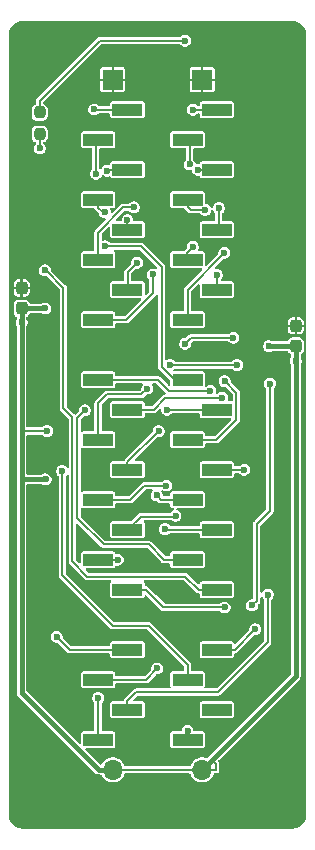
<source format=gbr>
G04 #@! TF.GenerationSoftware,KiCad,Pcbnew,9.0.6-9.0.6~ubuntu25.10.1*
G04 #@! TF.CreationDate,2025-12-22T11:42:10+09:00*
G04 #@! TF.ProjectId,bionic-s80c196kc,62696f6e-6963-42d7-9338-30633139366b,1*
G04 #@! TF.SameCoordinates,Original*
G04 #@! TF.FileFunction,Copper,L2,Bot*
G04 #@! TF.FilePolarity,Positive*
%FSLAX46Y46*%
G04 Gerber Fmt 4.6, Leading zero omitted, Abs format (unit mm)*
G04 Created by KiCad (PCBNEW 9.0.6-9.0.6~ubuntu25.10.1) date 2025-12-22 11:42:10*
%MOMM*%
%LPD*%
G01*
G04 APERTURE LIST*
G04 Aperture macros list*
%AMRoundRect*
0 Rectangle with rounded corners*
0 $1 Rounding radius*
0 $2 $3 $4 $5 $6 $7 $8 $9 X,Y pos of 4 corners*
0 Add a 4 corners polygon primitive as box body*
4,1,4,$2,$3,$4,$5,$6,$7,$8,$9,$2,$3,0*
0 Add four circle primitives for the rounded corners*
1,1,$1+$1,$2,$3*
1,1,$1+$1,$4,$5*
1,1,$1+$1,$6,$7*
1,1,$1+$1,$8,$9*
0 Add four rect primitives between the rounded corners*
20,1,$1+$1,$2,$3,$4,$5,0*
20,1,$1+$1,$4,$5,$6,$7,0*
20,1,$1+$1,$6,$7,$8,$9,0*
20,1,$1+$1,$8,$9,$2,$3,0*%
G04 Aperture macros list end*
G04 #@! TA.AperFunction,SMDPad,CuDef*
%ADD10RoundRect,0.237500X-0.237500X0.250000X-0.237500X-0.250000X0.237500X-0.250000X0.237500X0.250000X0*%
G04 #@! TD*
G04 #@! TA.AperFunction,SMDPad,CuDef*
%ADD11RoundRect,0.237500X0.237500X-0.300000X0.237500X0.300000X-0.237500X0.300000X-0.237500X-0.300000X0*%
G04 #@! TD*
G04 #@! TA.AperFunction,ComponentPad*
%ADD12O,1.700000X1.700000*%
G04 #@! TD*
G04 #@! TA.AperFunction,SMDPad,CuDef*
%ADD13R,2.510000X1.000000*%
G04 #@! TD*
G04 #@! TA.AperFunction,ComponentPad*
%ADD14R,1.700000X1.700000*%
G04 #@! TD*
G04 #@! TA.AperFunction,ViaPad*
%ADD15C,0.600000*%
G04 #@! TD*
G04 #@! TA.AperFunction,Conductor*
%ADD16C,0.400000*%
G04 #@! TD*
G04 #@! TA.AperFunction,Conductor*
%ADD17C,0.200000*%
G04 #@! TD*
G04 APERTURE END LIST*
D10*
X103717800Y-77850500D03*
X103717800Y-79675500D03*
D11*
X125409400Y-97634100D03*
X125409400Y-95909100D03*
X102193800Y-94433700D03*
X102193800Y-92708700D03*
D12*
X117484600Y-133500000D03*
D13*
X116240000Y-130960000D03*
X118729200Y-128420000D03*
X116240000Y-125880000D03*
X118729200Y-123340000D03*
X118729200Y-118260000D03*
X116240000Y-115720000D03*
X118729200Y-113180000D03*
X116240000Y-110640000D03*
X118729200Y-108100000D03*
X116240000Y-105560000D03*
X118729200Y-103020000D03*
X116240000Y-100480000D03*
X116240000Y-95400000D03*
X118729200Y-92860000D03*
X116240000Y-90320000D03*
X118729200Y-87780000D03*
X116240000Y-85240000D03*
X118729200Y-82700000D03*
X116240000Y-80160000D03*
X118729200Y-77620000D03*
D14*
X117484600Y-75080000D03*
X109910800Y-75080000D03*
D13*
X111155400Y-77620000D03*
X108666200Y-80160000D03*
X111155400Y-82700000D03*
X108666200Y-85240000D03*
X111155400Y-87780000D03*
X108666200Y-90320000D03*
X111155400Y-92860000D03*
X108666200Y-95400000D03*
X108666200Y-100480000D03*
X111155400Y-103020000D03*
X108666200Y-105560000D03*
X111155400Y-108100000D03*
X108666200Y-110640000D03*
X111155400Y-113180000D03*
X108666200Y-115720000D03*
X111155400Y-118260000D03*
X111155400Y-123340000D03*
X108666200Y-125880000D03*
X111155400Y-128420000D03*
X108666200Y-130960000D03*
D12*
X109910800Y-133500000D03*
D15*
X123149000Y-97635200D03*
X104353000Y-104823000D03*
X102194000Y-95628600D03*
X104225800Y-108912800D03*
X125409000Y-98879800D03*
X116037000Y-71778000D03*
X104200000Y-94434800D03*
X105699000Y-106550600D03*
X103844800Y-133550800D03*
X123707600Y-134922400D03*
X123631400Y-95654000D03*
X123631400Y-98854400D03*
X122361400Y-126159400D03*
X103514600Y-92707600D03*
X104657600Y-125499000D03*
X111700000Y-85875000D03*
X115224000Y-112011600D03*
X119161000Y-102019998D03*
X121701000Y-119580800D03*
X113661900Y-124927500D03*
X123225000Y-100835600D03*
X105166800Y-122232200D03*
X111972800Y-90574000D03*
X114460400Y-109436300D03*
X111155400Y-86967200D03*
X116240000Y-130198000D03*
X109432800Y-82776200D03*
X109255000Y-86306800D03*
X108340600Y-77594600D03*
X123046700Y-118666400D03*
X119389300Y-119748500D03*
X108500000Y-83030200D03*
X114746565Y-99230235D03*
X120431000Y-99235400D03*
X112844300Y-101224500D03*
X110321800Y-115720000D03*
X108670800Y-127429400D03*
X113300000Y-91564600D03*
X118170400Y-101429400D03*
X113801600Y-104823400D03*
X120126200Y-96924000D03*
X116036800Y-97432000D03*
X105622800Y-108212800D03*
X118729200Y-91621400D03*
X114512800Y-103020000D03*
X121967700Y-121600100D03*
X104175000Y-91209000D03*
X114335000Y-113129200D03*
X117738600Y-86103600D03*
X116697200Y-77620000D03*
X116697200Y-89227800D03*
X118900000Y-85951200D03*
X113631500Y-110270200D03*
X119354600Y-89735800D03*
X121040600Y-108100000D03*
X109266200Y-89177000D03*
X119380650Y-100590550D03*
X107553200Y-103070800D03*
X116417800Y-82242800D03*
X117129000Y-82700000D03*
X103743000Y-80896600D03*
D16*
X125409000Y-125575000D02*
X125409000Y-98879800D01*
X117485000Y-133500000D02*
X118454800Y-132530100D01*
X125409000Y-97634100D02*
X123150000Y-97634100D01*
D17*
X118454800Y-132841400D02*
X118636300Y-133022900D01*
D16*
X102194000Y-104823000D02*
X102194000Y-94433700D01*
X109911000Y-133500000D02*
X109910800Y-133500000D01*
D17*
X103718000Y-77354200D02*
X103717800Y-77354400D01*
X118636300Y-133022900D02*
X118636300Y-133500000D01*
X125409400Y-97634100D02*
X125409000Y-97634100D01*
X117484600Y-133500000D02*
X109910800Y-133500000D01*
D16*
X102194000Y-126985000D02*
X102194000Y-108912800D01*
X108709000Y-133500000D02*
X102194000Y-126985000D01*
D17*
X103718000Y-77850500D02*
X103718000Y-77354200D01*
D16*
X102194000Y-108912800D02*
X102194000Y-104823000D01*
D17*
X108798000Y-71778000D02*
X116037000Y-71778000D01*
X104353000Y-104823000D02*
X102194000Y-104823000D01*
D16*
X102194000Y-94433700D02*
X104199000Y-94433700D01*
D17*
X102193800Y-94433700D02*
X102194000Y-94433700D01*
X118454800Y-132530100D02*
X118454800Y-132841400D01*
X103717800Y-77354400D02*
X103717800Y-77850500D01*
D16*
X123150000Y-97634100D02*
X123149000Y-97635200D01*
X104225800Y-108912800D02*
X102194000Y-108912800D01*
X104199000Y-94433700D02*
X104200000Y-94434800D01*
D17*
X117484600Y-133500000D02*
X118636300Y-133500000D01*
X103718000Y-76858000D02*
X108798000Y-71778000D01*
D16*
X125409000Y-98879800D02*
X125409000Y-97634100D01*
X109910800Y-133500000D02*
X108709000Y-133500000D01*
X118454800Y-132530100D02*
X125409000Y-125575000D01*
D17*
X103718000Y-77354200D02*
X103718000Y-76858000D01*
X111700000Y-85875000D02*
X110804400Y-85875000D01*
X108666200Y-88013200D02*
X108666200Y-90320000D01*
X110804400Y-85875000D02*
X108666200Y-88013200D01*
X112273000Y-112062400D02*
X111155400Y-113180000D01*
X115173200Y-112062400D02*
X112273000Y-112062400D01*
X115224000Y-112011600D02*
X115173200Y-112062400D01*
X114360400Y-102029400D02*
X113369800Y-103020000D01*
X119151598Y-102029400D02*
X114360400Y-102029400D01*
X113369800Y-103020000D02*
X111155400Y-103020000D01*
X119161000Y-102019998D02*
X119151598Y-102029400D01*
X123226700Y-100837300D02*
X123225000Y-100835600D01*
X121701000Y-119580800D02*
X122107400Y-119174400D01*
X108666200Y-125880000D02*
X112709400Y-125880000D01*
X112709400Y-125880000D02*
X113661900Y-124927500D01*
X123226700Y-111552400D02*
X123226700Y-100837300D01*
X122107400Y-112671700D02*
X123226700Y-111552400D01*
X122107400Y-119174400D02*
X122107400Y-112671700D01*
X111155400Y-123340000D02*
X109598700Y-123340000D01*
X105166800Y-122232200D02*
X106274600Y-123340000D01*
X106274600Y-123340000D02*
X109598700Y-123340000D01*
X111160000Y-91386800D02*
X111160000Y-92855400D01*
X111160000Y-92855400D02*
X111155400Y-92860000D01*
X111972800Y-90574000D02*
X111160000Y-91386800D01*
X114460400Y-109436300D02*
X112592300Y-109436300D01*
X111388600Y-110640000D02*
X108666200Y-110640000D01*
X112592300Y-109436300D02*
X111388600Y-110640000D01*
X111155400Y-86967200D02*
X111155400Y-87780000D01*
X116240000Y-130198000D02*
X116240000Y-130960000D01*
X109432800Y-82776200D02*
X109509000Y-82700000D01*
X109509000Y-82700000D02*
X111155400Y-82700000D01*
X109077200Y-86306800D02*
X108670800Y-85900400D01*
X108670800Y-85240000D02*
X108666200Y-85240000D01*
X108670800Y-85900400D02*
X108670800Y-85240000D01*
X109255000Y-86306800D02*
X109077200Y-86306800D01*
X108366000Y-77620000D02*
X111155400Y-77620000D01*
X108340600Y-77594600D02*
X108366000Y-77620000D01*
X111877000Y-126921400D02*
X111155400Y-127643000D01*
X111155400Y-127643000D02*
X111155400Y-128420000D01*
X123046700Y-118666400D02*
X123046700Y-122680100D01*
X118805400Y-126921400D02*
X111877000Y-126921400D01*
X123046700Y-122680100D02*
X118805400Y-126921400D01*
X111155400Y-118260000D02*
X112712100Y-118260000D01*
X114200600Y-119748500D02*
X112712100Y-118260000D01*
X119389300Y-119748500D02*
X114200600Y-119748500D01*
X108467600Y-82997800D02*
X108467600Y-80358600D01*
X108467600Y-80358600D02*
X108666200Y-80160000D01*
X108500000Y-83030200D02*
X108467600Y-82997800D01*
X112844300Y-101224500D02*
X112344200Y-101724600D01*
X109407400Y-101724600D02*
X108666200Y-102465800D01*
X114746565Y-99230235D02*
X114777130Y-99260800D01*
X112344200Y-101724600D02*
X109407400Y-101724600D01*
X108666200Y-102465800D02*
X108666200Y-105560000D01*
X114777130Y-99260800D02*
X120431000Y-99260800D01*
X110321800Y-115720000D02*
X108666200Y-115720000D01*
X108670800Y-127429400D02*
X108666200Y-127434000D01*
X108666200Y-127434000D02*
X108666200Y-130960000D01*
X113300000Y-93158400D02*
X111058400Y-95400000D01*
X111058400Y-95400000D02*
X108666200Y-95400000D01*
X113300000Y-91564600D02*
X113300000Y-93158400D01*
X118170400Y-101429400D02*
X114674800Y-101429400D01*
X113725400Y-100480000D02*
X108666200Y-100480000D01*
X114674800Y-101429400D02*
X113725400Y-100480000D01*
X111155400Y-107469600D02*
X111155400Y-108100000D01*
X116544800Y-96924000D02*
X120126200Y-96924000D01*
X113801600Y-104823400D02*
X111155400Y-107469600D01*
X116036800Y-97432000D02*
X116544800Y-96924000D01*
X105622800Y-116990000D02*
X109940800Y-121308000D01*
X105622800Y-108212800D02*
X105622800Y-116990000D01*
X112938000Y-121308000D02*
X116240000Y-124610000D01*
X109940800Y-121308000D02*
X112938000Y-121308000D01*
X116240000Y-124610000D02*
X116240000Y-125880000D01*
X118729200Y-91621400D02*
X118729200Y-92860000D01*
X114512800Y-103020000D02*
X118729200Y-103020000D01*
X120227800Y-123340000D02*
X118729200Y-123340000D01*
X121967700Y-121600100D02*
X120227800Y-123340000D01*
X116054900Y-117142400D02*
X117172500Y-118260000D01*
X105724400Y-92682200D02*
X105724400Y-102887700D01*
X104251200Y-91209000D02*
X105724400Y-92682200D01*
X106486400Y-103649700D02*
X106486400Y-115862700D01*
X105724400Y-102887700D02*
X106486400Y-103649700D01*
X107766100Y-117142400D02*
X116054900Y-117142400D01*
X117172500Y-118260000D02*
X118729200Y-118260000D01*
X106486400Y-115862700D02*
X107766100Y-117142400D01*
X104175000Y-91209000D02*
X104251200Y-91209000D01*
X114385800Y-113180000D02*
X118729200Y-113180000D01*
X114335000Y-113129200D02*
X114385800Y-113180000D01*
X117738600Y-86103600D02*
X116519400Y-86103600D01*
X116240000Y-85824200D02*
X116240000Y-85240000D01*
X116519400Y-86103600D02*
X116240000Y-85824200D01*
X116697200Y-77620000D02*
X118729200Y-77620000D01*
X116697200Y-89227800D02*
X116189200Y-89735800D01*
X116189200Y-89735800D02*
X116189200Y-90269200D01*
X116189200Y-90269200D02*
X116240000Y-90320000D01*
X118900000Y-87609200D02*
X118729200Y-87780000D01*
X118900000Y-85951200D02*
X118900000Y-87609200D01*
X116240000Y-110640000D02*
X114001300Y-110640000D01*
X114001300Y-110640000D02*
X113631500Y-110270200D01*
X119354600Y-89735800D02*
X119354600Y-89745400D01*
X116240000Y-92860000D02*
X116240000Y-95400000D01*
X119354600Y-89745400D02*
X116240000Y-92860000D01*
X121040600Y-108100000D02*
X118729200Y-108100000D01*
X112277600Y-89177000D02*
X114055600Y-90955000D01*
X115147800Y-100480000D02*
X116240000Y-100480000D01*
X114055600Y-90955000D02*
X114055600Y-99387800D01*
X114055600Y-99387800D02*
X115147800Y-100480000D01*
X109266200Y-89177000D02*
X112277600Y-89177000D01*
X120380200Y-103858200D02*
X118678400Y-105560000D01*
X118678400Y-105560000D02*
X116240000Y-105560000D01*
X120380200Y-101590100D02*
X120380200Y-103858200D01*
X119380650Y-100590550D02*
X120380200Y-101590100D01*
X107553200Y-103070800D02*
X106887400Y-103736600D01*
X106887400Y-103736600D02*
X106887400Y-112158600D01*
X112963400Y-114424600D02*
X114258800Y-115720000D01*
X114258800Y-115720000D02*
X116240000Y-115720000D01*
X109153400Y-114424600D02*
X112963400Y-114424600D01*
X106887400Y-112158600D02*
X109153400Y-114424600D01*
X116413350Y-80333350D02*
X116240000Y-80160000D01*
X116413350Y-82238350D02*
X116413350Y-80333350D01*
X116417800Y-82242800D02*
X116413350Y-82238350D01*
X117129000Y-82700000D02*
X118729200Y-82700000D01*
X103718000Y-79675500D02*
X103718000Y-80871200D01*
X103718000Y-80871200D02*
X103743000Y-80896600D01*
X103717800Y-79675500D02*
X103718000Y-79675500D01*
G04 #@! TA.AperFunction,Conductor*
G36*
X125134309Y-70100877D02*
G01*
X125324457Y-70117512D01*
X125341437Y-70120505D01*
X125521635Y-70168789D01*
X125537839Y-70174687D01*
X125706902Y-70253523D01*
X125721842Y-70262149D01*
X125874641Y-70369140D01*
X125887861Y-70380232D01*
X126019767Y-70512138D01*
X126030859Y-70525358D01*
X126137850Y-70678157D01*
X126146478Y-70693101D01*
X126225308Y-70862151D01*
X126231211Y-70878368D01*
X126279492Y-71058555D01*
X126282488Y-71075550D01*
X126299123Y-71265690D01*
X126299500Y-71274318D01*
X126299500Y-137305681D01*
X126299123Y-137314309D01*
X126282488Y-137504449D01*
X126279492Y-137521444D01*
X126231211Y-137701631D01*
X126225308Y-137717848D01*
X126146478Y-137886898D01*
X126137850Y-137901842D01*
X126030859Y-138054641D01*
X126019767Y-138067861D01*
X125887861Y-138199767D01*
X125874641Y-138210859D01*
X125721842Y-138317850D01*
X125706898Y-138326478D01*
X125537848Y-138405308D01*
X125521631Y-138411211D01*
X125341444Y-138459492D01*
X125324449Y-138462488D01*
X125134309Y-138479123D01*
X125125681Y-138479500D01*
X102274319Y-138479500D01*
X102265691Y-138479123D01*
X102075550Y-138462488D01*
X102058555Y-138459492D01*
X101878368Y-138411211D01*
X101862154Y-138405309D01*
X101693100Y-138326477D01*
X101678157Y-138317850D01*
X101525358Y-138210859D01*
X101512138Y-138199767D01*
X101380232Y-138067861D01*
X101369140Y-138054641D01*
X101262149Y-137901842D01*
X101253523Y-137886902D01*
X101174687Y-137717839D01*
X101168788Y-137701631D01*
X101149843Y-137630926D01*
X101120505Y-137521437D01*
X101117512Y-137504457D01*
X101100877Y-137314309D01*
X101100500Y-137305681D01*
X101100500Y-94080933D01*
X101518300Y-94080933D01*
X101518300Y-94786466D01*
X101521074Y-94816044D01*
X101521076Y-94816052D01*
X101564684Y-94940676D01*
X101608836Y-95000500D01*
X101643089Y-95046911D01*
X101749325Y-95125316D01*
X101749327Y-95125316D01*
X101753287Y-95128239D01*
X101762197Y-95140698D01*
X101774593Y-95149704D01*
X101779550Y-95164960D01*
X101788880Y-95178006D01*
X101793500Y-95207895D01*
X101793500Y-95294759D01*
X101780236Y-95344259D01*
X101727609Y-95435409D01*
X101727608Y-95435414D01*
X101693500Y-95562708D01*
X101693500Y-95694492D01*
X101727608Y-95821786D01*
X101780236Y-95912941D01*
X101793500Y-95962440D01*
X101793500Y-104770273D01*
X101793500Y-108860073D01*
X101793500Y-126932273D01*
X101793500Y-127037727D01*
X101816103Y-127122086D01*
X101820794Y-127139592D01*
X101873516Y-127230908D01*
X101873517Y-127230909D01*
X101873518Y-127230910D01*
X101873520Y-127230913D01*
X105838906Y-131196299D01*
X108388519Y-133745912D01*
X108388520Y-133745913D01*
X108388519Y-133745913D01*
X108443106Y-133800499D01*
X108463087Y-133820480D01*
X108554413Y-133873207D01*
X108656273Y-133900500D01*
X108873490Y-133900500D01*
X108931681Y-133919407D01*
X108964954Y-133961615D01*
X108979857Y-133997595D01*
X108979858Y-133997597D01*
X108979859Y-133997598D01*
X109094823Y-134169655D01*
X109241145Y-134315977D01*
X109413202Y-134430941D01*
X109604380Y-134510130D01*
X109807335Y-134550500D01*
X109807336Y-134550500D01*
X110014264Y-134550500D01*
X110014265Y-134550500D01*
X110217220Y-134510130D01*
X110408398Y-134430941D01*
X110580455Y-134315977D01*
X110726777Y-134169655D01*
X110841741Y-133997598D01*
X110898068Y-133861614D01*
X110937805Y-133815088D01*
X110989532Y-133800500D01*
X116405868Y-133800500D01*
X116464059Y-133819407D01*
X116497332Y-133861614D01*
X116553658Y-133997597D01*
X116553659Y-133997598D01*
X116668623Y-134169655D01*
X116814945Y-134315977D01*
X116987002Y-134430941D01*
X117178180Y-134510130D01*
X117381135Y-134550500D01*
X117381136Y-134550500D01*
X117588064Y-134550500D01*
X117588065Y-134550500D01*
X117791020Y-134510130D01*
X117982198Y-134430941D01*
X118154255Y-134315977D01*
X118300577Y-134169655D01*
X118415541Y-133997598D01*
X118471868Y-133861614D01*
X118511605Y-133815088D01*
X118563332Y-133800500D01*
X118675863Y-133800500D01*
X118675863Y-133800499D01*
X118752289Y-133780021D01*
X118820811Y-133740460D01*
X118876760Y-133684511D01*
X118916321Y-133615989D01*
X118936800Y-133539562D01*
X118936800Y-132983338D01*
X118922668Y-132930597D01*
X118916322Y-132906912D01*
X118876760Y-132838389D01*
X118855196Y-132816825D01*
X118848524Y-132804952D01*
X118845057Y-132787657D01*
X118837048Y-132771938D01*
X118839192Y-132758399D01*
X118836498Y-132744960D01*
X118843859Y-132728929D01*
X118846619Y-132711506D01*
X118860866Y-132691895D01*
X118862032Y-132689357D01*
X118863178Y-132688712D01*
X118864818Y-132686455D01*
X125690833Y-125859559D01*
X125727737Y-125822654D01*
X125729273Y-125821199D01*
X125729475Y-125820917D01*
X125729480Y-125820913D01*
X125729482Y-125820907D01*
X125729490Y-125820897D01*
X125729496Y-125820892D01*
X125729504Y-125820877D01*
X125729884Y-125820350D01*
X125730924Y-125818416D01*
X125754550Y-125777489D01*
X125754552Y-125777487D01*
X125754551Y-125777487D01*
X125754552Y-125777486D01*
X125782207Y-125729587D01*
X125782207Y-125729584D01*
X125782212Y-125729577D01*
X125782215Y-125729565D01*
X125782216Y-125729564D01*
X125793594Y-125687086D01*
X125793594Y-125687085D01*
X125793595Y-125687085D01*
X125793595Y-125687080D01*
X125809500Y-125627727D01*
X125809500Y-125627712D01*
X125809503Y-125627701D01*
X125809500Y-125574974D01*
X125809500Y-99213640D01*
X125822763Y-99164141D01*
X125875392Y-99072986D01*
X125909500Y-98945692D01*
X125909500Y-98813908D01*
X125875392Y-98686614D01*
X125875390Y-98686611D01*
X125875390Y-98686609D01*
X125822764Y-98595459D01*
X125809500Y-98545959D01*
X125809500Y-98408443D01*
X125828407Y-98350252D01*
X125849712Y-98328787D01*
X125853871Y-98325717D01*
X125853875Y-98325716D01*
X125960111Y-98247311D01*
X126038516Y-98141075D01*
X126082125Y-98016449D01*
X126084900Y-97986856D01*
X126084900Y-97281344D01*
X126084900Y-97281338D01*
X126084899Y-97281333D01*
X126084684Y-97279041D01*
X126082125Y-97251751D01*
X126038516Y-97127125D01*
X126038513Y-97127121D01*
X125960114Y-97020893D01*
X125960113Y-97020892D01*
X125960111Y-97020889D01*
X125960106Y-97020885D01*
X125853876Y-96942484D01*
X125729252Y-96898876D01*
X125729251Y-96898875D01*
X125729249Y-96898875D01*
X125729247Y-96898874D01*
X125729244Y-96898874D01*
X125699666Y-96896100D01*
X125699656Y-96896100D01*
X125119144Y-96896100D01*
X125119133Y-96896100D01*
X125089555Y-96898874D01*
X125089547Y-96898876D01*
X124964923Y-96942484D01*
X124858693Y-97020885D01*
X124858685Y-97020893D01*
X124780285Y-97127121D01*
X124780282Y-97127127D01*
X124766226Y-97167298D01*
X124729160Y-97215979D01*
X124672782Y-97233600D01*
X123480937Y-97233600D01*
X123431438Y-97220337D01*
X123342187Y-97168808D01*
X123299754Y-97157438D01*
X123214892Y-97134700D01*
X123083108Y-97134700D01*
X123005200Y-97155575D01*
X122955809Y-97168809D01*
X122841690Y-97234696D01*
X122748496Y-97327890D01*
X122682609Y-97442009D01*
X122682608Y-97442014D01*
X122648500Y-97569308D01*
X122648500Y-97701092D01*
X122678579Y-97813351D01*
X122682609Y-97828390D01*
X122748496Y-97942509D01*
X122748498Y-97942511D01*
X122748500Y-97942514D01*
X122841686Y-98035700D01*
X122841688Y-98035701D01*
X122841690Y-98035703D01*
X122955810Y-98101590D01*
X122955808Y-98101590D01*
X122955812Y-98101591D01*
X122955814Y-98101592D01*
X123083108Y-98135700D01*
X123083110Y-98135700D01*
X123214890Y-98135700D01*
X123214892Y-98135700D01*
X123342186Y-98101592D01*
X123342188Y-98101590D01*
X123342190Y-98101590D01*
X123435247Y-98047864D01*
X123484747Y-98034600D01*
X124672782Y-98034600D01*
X124730973Y-98053507D01*
X124766226Y-98100902D01*
X124780282Y-98141072D01*
X124780285Y-98141078D01*
X124858685Y-98247306D01*
X124858689Y-98247311D01*
X124964925Y-98325716D01*
X124964928Y-98325717D01*
X124968287Y-98328196D01*
X124977197Y-98340655D01*
X124989593Y-98349661D01*
X124994550Y-98364917D01*
X125003880Y-98377963D01*
X125008500Y-98407852D01*
X125008500Y-98545959D01*
X124995236Y-98595459D01*
X124942609Y-98686609D01*
X124942608Y-98686614D01*
X124908500Y-98813908D01*
X124908500Y-98945692D01*
X124942608Y-99072986D01*
X124995236Y-99164141D01*
X125008500Y-99213640D01*
X125008500Y-125368118D01*
X124989593Y-125426309D01*
X124979508Y-125438117D01*
X118168430Y-132250078D01*
X118168429Y-132250079D01*
X117935124Y-132483405D01*
X117880608Y-132511185D01*
X117827234Y-132504870D01*
X117791020Y-132489870D01*
X117791016Y-132489869D01*
X117588067Y-132449500D01*
X117588065Y-132449500D01*
X117381135Y-132449500D01*
X117381132Y-132449500D01*
X117178181Y-132489869D01*
X116987002Y-132569058D01*
X116814948Y-132684020D01*
X116668620Y-132830348D01*
X116553658Y-133002402D01*
X116497332Y-133138386D01*
X116457595Y-133184912D01*
X116405868Y-133199500D01*
X110989532Y-133199500D01*
X110931341Y-133180593D01*
X110898068Y-133138386D01*
X110841741Y-133002402D01*
X110726779Y-132830348D01*
X110726777Y-132830345D01*
X110580455Y-132684023D01*
X110408398Y-132569059D01*
X110408399Y-132569059D01*
X110408397Y-132569058D01*
X110217218Y-132489869D01*
X110014267Y-132449500D01*
X110014265Y-132449500D01*
X109807335Y-132449500D01*
X109807332Y-132449500D01*
X109604381Y-132489869D01*
X109413202Y-132569058D01*
X109241148Y-132684020D01*
X109094820Y-132830348D01*
X108979858Y-133002403D01*
X108977372Y-133008404D01*
X108937631Y-133054926D01*
X108878134Y-133069204D01*
X108821609Y-133045784D01*
X108815907Y-133040514D01*
X107604897Y-131829504D01*
X107577120Y-131774987D01*
X107586691Y-131714555D01*
X107629956Y-131671290D01*
X107674901Y-131660500D01*
X109940947Y-131660500D01*
X109940948Y-131660500D01*
X109999431Y-131648867D01*
X110065752Y-131604552D01*
X110110067Y-131538231D01*
X110121700Y-131479748D01*
X110121700Y-130440253D01*
X114784500Y-130440253D01*
X114784500Y-131479746D01*
X114784501Y-131479758D01*
X114796132Y-131538227D01*
X114796133Y-131538231D01*
X114840448Y-131604552D01*
X114906769Y-131648867D01*
X114951231Y-131657711D01*
X114965241Y-131660498D01*
X114965246Y-131660498D01*
X114965252Y-131660500D01*
X114965253Y-131660500D01*
X117514747Y-131660500D01*
X117514748Y-131660500D01*
X117573231Y-131648867D01*
X117639552Y-131604552D01*
X117683867Y-131538231D01*
X117695500Y-131479748D01*
X117695500Y-130440252D01*
X117683867Y-130381769D01*
X117639552Y-130315448D01*
X117639548Y-130315445D01*
X117573233Y-130271134D01*
X117573231Y-130271133D01*
X117573228Y-130271132D01*
X117573227Y-130271132D01*
X117514758Y-130259501D01*
X117514748Y-130259500D01*
X117514747Y-130259500D01*
X116839500Y-130259500D01*
X116781309Y-130240593D01*
X116745345Y-130191093D01*
X116740500Y-130160500D01*
X116740500Y-130132109D01*
X116740500Y-130132108D01*
X116706392Y-130004814D01*
X116706390Y-130004811D01*
X116706390Y-130004809D01*
X116640503Y-129890690D01*
X116640501Y-129890688D01*
X116640500Y-129890686D01*
X116547314Y-129797500D01*
X116547311Y-129797498D01*
X116547309Y-129797496D01*
X116433189Y-129731609D01*
X116433191Y-129731609D01*
X116383799Y-129718375D01*
X116305892Y-129697500D01*
X116174108Y-129697500D01*
X116096200Y-129718375D01*
X116046809Y-129731609D01*
X115932690Y-129797496D01*
X115839496Y-129890690D01*
X115773609Y-130004809D01*
X115739500Y-130132109D01*
X115739500Y-130160500D01*
X115720593Y-130218691D01*
X115671093Y-130254655D01*
X115640500Y-130259500D01*
X114965252Y-130259500D01*
X114965251Y-130259500D01*
X114965241Y-130259501D01*
X114906772Y-130271132D01*
X114906766Y-130271134D01*
X114840451Y-130315445D01*
X114840445Y-130315451D01*
X114796134Y-130381766D01*
X114796132Y-130381772D01*
X114784501Y-130440241D01*
X114784500Y-130440253D01*
X110121700Y-130440253D01*
X110121700Y-130440252D01*
X110110067Y-130381769D01*
X110065752Y-130315448D01*
X110065748Y-130315445D01*
X109999433Y-130271134D01*
X109999431Y-130271133D01*
X109999428Y-130271132D01*
X109999427Y-130271132D01*
X109940958Y-130259501D01*
X109940948Y-130259500D01*
X109940947Y-130259500D01*
X109065700Y-130259500D01*
X109007509Y-130240593D01*
X108971545Y-130191093D01*
X108966700Y-130160500D01*
X108966700Y-127882321D01*
X108985607Y-127824130D01*
X108995690Y-127812323D01*
X109071300Y-127736714D01*
X109104800Y-127678691D01*
X109137190Y-127622590D01*
X109137190Y-127622588D01*
X109137192Y-127622586D01*
X109171300Y-127495292D01*
X109171300Y-127363508D01*
X109137192Y-127236214D01*
X109137190Y-127236211D01*
X109137190Y-127236209D01*
X109071303Y-127122090D01*
X109071301Y-127122088D01*
X109071300Y-127122086D01*
X108978114Y-127028900D01*
X108978111Y-127028898D01*
X108978109Y-127028896D01*
X108863989Y-126963009D01*
X108863991Y-126963009D01*
X108814599Y-126949775D01*
X108736692Y-126928900D01*
X108604908Y-126928900D01*
X108527000Y-126949775D01*
X108477609Y-126963009D01*
X108363490Y-127028896D01*
X108270296Y-127122090D01*
X108204409Y-127236209D01*
X108204408Y-127236214D01*
X108170300Y-127363508D01*
X108170300Y-127495292D01*
X108178798Y-127527007D01*
X108204409Y-127622590D01*
X108270296Y-127736709D01*
X108270298Y-127736711D01*
X108270300Y-127736714D01*
X108336705Y-127803119D01*
X108364481Y-127857634D01*
X108365700Y-127873121D01*
X108365700Y-130160500D01*
X108346793Y-130218691D01*
X108297293Y-130254655D01*
X108266700Y-130259500D01*
X107391452Y-130259500D01*
X107391451Y-130259500D01*
X107391441Y-130259501D01*
X107332972Y-130271132D01*
X107332966Y-130271134D01*
X107266651Y-130315445D01*
X107266645Y-130315451D01*
X107222334Y-130381766D01*
X107222332Y-130381772D01*
X107210701Y-130440241D01*
X107210700Y-130440253D01*
X107210700Y-131196299D01*
X107191793Y-131254490D01*
X107142293Y-131290454D01*
X107081107Y-131290454D01*
X107041696Y-131266303D01*
X102623496Y-126848103D01*
X102595719Y-126793586D01*
X102594500Y-126778099D01*
X102594500Y-125360253D01*
X107210700Y-125360253D01*
X107210700Y-126399746D01*
X107210701Y-126399758D01*
X107222332Y-126458227D01*
X107222333Y-126458231D01*
X107266648Y-126524552D01*
X107332969Y-126568867D01*
X107377431Y-126577711D01*
X107391441Y-126580498D01*
X107391446Y-126580498D01*
X107391452Y-126580500D01*
X107391453Y-126580500D01*
X109940947Y-126580500D01*
X109940948Y-126580500D01*
X109999431Y-126568867D01*
X110065752Y-126524552D01*
X110110067Y-126458231D01*
X110121700Y-126399748D01*
X110121700Y-126279500D01*
X110140607Y-126221309D01*
X110190107Y-126185345D01*
X110220700Y-126180500D01*
X112748963Y-126180500D01*
X112748963Y-126180499D01*
X112825389Y-126160021D01*
X112893911Y-126120460D01*
X112949860Y-126064511D01*
X113557374Y-125456995D01*
X113611891Y-125429219D01*
X113627378Y-125428000D01*
X113727790Y-125428000D01*
X113727792Y-125428000D01*
X113855086Y-125393892D01*
X113855088Y-125393890D01*
X113855090Y-125393890D01*
X113969209Y-125328003D01*
X113969209Y-125328002D01*
X113969214Y-125328000D01*
X114062400Y-125234814D01*
X114128292Y-125120686D01*
X114162400Y-124993392D01*
X114162400Y-124861608D01*
X114128292Y-124734314D01*
X114128290Y-124734311D01*
X114128290Y-124734309D01*
X114062403Y-124620190D01*
X114062401Y-124620188D01*
X114062400Y-124620186D01*
X113969214Y-124527000D01*
X113969211Y-124526998D01*
X113969209Y-124526996D01*
X113855089Y-124461109D01*
X113855091Y-124461109D01*
X113805699Y-124447875D01*
X113727792Y-124427000D01*
X113596008Y-124427000D01*
X113518100Y-124447875D01*
X113468709Y-124461109D01*
X113354590Y-124526996D01*
X113261396Y-124620190D01*
X113195509Y-124734309D01*
X113161400Y-124861609D01*
X113161400Y-124962020D01*
X113142493Y-125020211D01*
X113132404Y-125032024D01*
X112613925Y-125550504D01*
X112559408Y-125578281D01*
X112543921Y-125579500D01*
X110220700Y-125579500D01*
X110162509Y-125560593D01*
X110126545Y-125511093D01*
X110121700Y-125480500D01*
X110121700Y-125360253D01*
X110121698Y-125360241D01*
X110115285Y-125328003D01*
X110110067Y-125301769D01*
X110065752Y-125235448D01*
X110065748Y-125235445D01*
X109999433Y-125191134D01*
X109999431Y-125191133D01*
X109999428Y-125191132D01*
X109999427Y-125191132D01*
X109940958Y-125179501D01*
X109940948Y-125179500D01*
X107391452Y-125179500D01*
X107391451Y-125179500D01*
X107391441Y-125179501D01*
X107332972Y-125191132D01*
X107332966Y-125191134D01*
X107266651Y-125235445D01*
X107266645Y-125235451D01*
X107222334Y-125301766D01*
X107222332Y-125301772D01*
X107210701Y-125360241D01*
X107210700Y-125360253D01*
X102594500Y-125360253D01*
X102594500Y-122166308D01*
X104666300Y-122166308D01*
X104666300Y-122298092D01*
X104676652Y-122336725D01*
X104700409Y-122425390D01*
X104766296Y-122539509D01*
X104766298Y-122539511D01*
X104766300Y-122539514D01*
X104859486Y-122632700D01*
X104859488Y-122632701D01*
X104859490Y-122632703D01*
X104973610Y-122698590D01*
X104973608Y-122698590D01*
X104973612Y-122698591D01*
X104973614Y-122698592D01*
X105100908Y-122732700D01*
X105100910Y-122732700D01*
X105201321Y-122732700D01*
X105259512Y-122751607D01*
X105271325Y-122761696D01*
X106090089Y-123580460D01*
X106090091Y-123580461D01*
X106090092Y-123580462D01*
X106090093Y-123580463D01*
X106158608Y-123620020D01*
X106158606Y-123620020D01*
X106158610Y-123620021D01*
X106158612Y-123620022D01*
X106235038Y-123640500D01*
X109559138Y-123640500D01*
X109600900Y-123640500D01*
X109659091Y-123659407D01*
X109695055Y-123708907D01*
X109699900Y-123739500D01*
X109699900Y-123859746D01*
X109699901Y-123859758D01*
X109711532Y-123918227D01*
X109711533Y-123918231D01*
X109755848Y-123984552D01*
X109822169Y-124028867D01*
X109866631Y-124037711D01*
X109880641Y-124040498D01*
X109880646Y-124040498D01*
X109880652Y-124040500D01*
X109880653Y-124040500D01*
X112430147Y-124040500D01*
X112430148Y-124040500D01*
X112488631Y-124028867D01*
X112554952Y-123984552D01*
X112599267Y-123918231D01*
X112610900Y-123859748D01*
X112610900Y-122820252D01*
X112599267Y-122761769D01*
X112554952Y-122695448D01*
X112554948Y-122695445D01*
X112488633Y-122651134D01*
X112488631Y-122651133D01*
X112488628Y-122651132D01*
X112488627Y-122651132D01*
X112430158Y-122639501D01*
X112430148Y-122639500D01*
X109880652Y-122639500D01*
X109880651Y-122639500D01*
X109880641Y-122639501D01*
X109822172Y-122651132D01*
X109822166Y-122651134D01*
X109755851Y-122695445D01*
X109755845Y-122695451D01*
X109711534Y-122761766D01*
X109711532Y-122761772D01*
X109699901Y-122820241D01*
X109699900Y-122820253D01*
X109699900Y-122940500D01*
X109680993Y-122998691D01*
X109631493Y-123034655D01*
X109600900Y-123039500D01*
X106440079Y-123039500D01*
X106381888Y-123020593D01*
X106370075Y-123010504D01*
X105696296Y-122336725D01*
X105668519Y-122282208D01*
X105667300Y-122266721D01*
X105667300Y-122166309D01*
X105650020Y-122101819D01*
X105633192Y-122039014D01*
X105633190Y-122039011D01*
X105633190Y-122039009D01*
X105567303Y-121924890D01*
X105567301Y-121924888D01*
X105567300Y-121924886D01*
X105474114Y-121831700D01*
X105474111Y-121831698D01*
X105474109Y-121831696D01*
X105359989Y-121765809D01*
X105359991Y-121765809D01*
X105310599Y-121752575D01*
X105232692Y-121731700D01*
X105100908Y-121731700D01*
X105023000Y-121752575D01*
X104973609Y-121765809D01*
X104859490Y-121831696D01*
X104766296Y-121924890D01*
X104700409Y-122039009D01*
X104700408Y-122039014D01*
X104666300Y-122166308D01*
X102594500Y-122166308D01*
X102594500Y-109412300D01*
X102613407Y-109354109D01*
X102662907Y-109318145D01*
X102693500Y-109313300D01*
X103891960Y-109313300D01*
X103941458Y-109326563D01*
X104032614Y-109379192D01*
X104159908Y-109413300D01*
X104159910Y-109413300D01*
X104291690Y-109413300D01*
X104291692Y-109413300D01*
X104418986Y-109379192D01*
X104418988Y-109379190D01*
X104418990Y-109379190D01*
X104533109Y-109313303D01*
X104533109Y-109313302D01*
X104533114Y-109313300D01*
X104626300Y-109220114D01*
X104663155Y-109156279D01*
X104692190Y-109105990D01*
X104692190Y-109105988D01*
X104692192Y-109105986D01*
X104726300Y-108978692D01*
X104726300Y-108846908D01*
X104692192Y-108719614D01*
X104692190Y-108719611D01*
X104692190Y-108719609D01*
X104626303Y-108605490D01*
X104626301Y-108605488D01*
X104626300Y-108605486D01*
X104533114Y-108512300D01*
X104533111Y-108512298D01*
X104533109Y-108512296D01*
X104418989Y-108446409D01*
X104418991Y-108446409D01*
X104355869Y-108429496D01*
X104291692Y-108412300D01*
X104159908Y-108412300D01*
X104032614Y-108446408D01*
X104032613Y-108446408D01*
X104032611Y-108446409D01*
X103984550Y-108474157D01*
X103941458Y-108499036D01*
X103891960Y-108512300D01*
X102693500Y-108512300D01*
X102635309Y-108493393D01*
X102599345Y-108443893D01*
X102594500Y-108413300D01*
X102594500Y-105222500D01*
X102613407Y-105164309D01*
X102662907Y-105128345D01*
X102693500Y-105123500D01*
X103904679Y-105123500D01*
X103962870Y-105142407D01*
X103974676Y-105152490D01*
X104045686Y-105223500D01*
X104045688Y-105223501D01*
X104045690Y-105223503D01*
X104159810Y-105289390D01*
X104159808Y-105289390D01*
X104159812Y-105289391D01*
X104159814Y-105289392D01*
X104287108Y-105323500D01*
X104287110Y-105323500D01*
X104418890Y-105323500D01*
X104418892Y-105323500D01*
X104546186Y-105289392D01*
X104546188Y-105289390D01*
X104546190Y-105289390D01*
X104660309Y-105223503D01*
X104660309Y-105223502D01*
X104660314Y-105223500D01*
X104753500Y-105130314D01*
X104805497Y-105040253D01*
X104819390Y-105016190D01*
X104819390Y-105016188D01*
X104819392Y-105016186D01*
X104853500Y-104888892D01*
X104853500Y-104757108D01*
X104819392Y-104629814D01*
X104819390Y-104629811D01*
X104819390Y-104629809D01*
X104753503Y-104515690D01*
X104753501Y-104515688D01*
X104753500Y-104515686D01*
X104660314Y-104422500D01*
X104660311Y-104422498D01*
X104660309Y-104422496D01*
X104546189Y-104356609D01*
X104546191Y-104356609D01*
X104496799Y-104343375D01*
X104418892Y-104322500D01*
X104287108Y-104322500D01*
X104209200Y-104343375D01*
X104159809Y-104356609D01*
X104045690Y-104422496D01*
X104045689Y-104422497D01*
X104045686Y-104422499D01*
X104045686Y-104422500D01*
X103974680Y-104493505D01*
X103920166Y-104521281D01*
X103904679Y-104522500D01*
X102693500Y-104522500D01*
X102635309Y-104503593D01*
X102599345Y-104454093D01*
X102594500Y-104423500D01*
X102594500Y-95962440D01*
X102607763Y-95912941D01*
X102660392Y-95821786D01*
X102694500Y-95694492D01*
X102694500Y-95562708D01*
X102660392Y-95435414D01*
X102660390Y-95435411D01*
X102660390Y-95435409D01*
X102607764Y-95344259D01*
X102594500Y-95294759D01*
X102594500Y-95207600D01*
X102613407Y-95149409D01*
X102634713Y-95127944D01*
X102638272Y-95125316D01*
X102638275Y-95125316D01*
X102744511Y-95046911D01*
X102822916Y-94940675D01*
X102824797Y-94935300D01*
X102836974Y-94900502D01*
X102874040Y-94851821D01*
X102930418Y-94834200D01*
X103864253Y-94834200D01*
X103913753Y-94847464D01*
X104006810Y-94901190D01*
X104006808Y-94901190D01*
X104006812Y-94901191D01*
X104006814Y-94901192D01*
X104134108Y-94935300D01*
X104134110Y-94935300D01*
X104265890Y-94935300D01*
X104265892Y-94935300D01*
X104393186Y-94901192D01*
X104393188Y-94901190D01*
X104393190Y-94901190D01*
X104507309Y-94835303D01*
X104507309Y-94835302D01*
X104507314Y-94835300D01*
X104600500Y-94742114D01*
X104600503Y-94742109D01*
X104666390Y-94627990D01*
X104666390Y-94627988D01*
X104666392Y-94627986D01*
X104700500Y-94500692D01*
X104700500Y-94368908D01*
X104666392Y-94241614D01*
X104666390Y-94241611D01*
X104666390Y-94241609D01*
X104600503Y-94127490D01*
X104600501Y-94127488D01*
X104600500Y-94127486D01*
X104507314Y-94034300D01*
X104507311Y-94034298D01*
X104507309Y-94034296D01*
X104393189Y-93968409D01*
X104393191Y-93968409D01*
X104343799Y-93955175D01*
X104265892Y-93934300D01*
X104134108Y-93934300D01*
X104070461Y-93951354D01*
X104006812Y-93968408D01*
X103917562Y-94019937D01*
X103868063Y-94033200D01*
X102930418Y-94033200D01*
X102872227Y-94014293D01*
X102836974Y-93966898D01*
X102822917Y-93926727D01*
X102822914Y-93926721D01*
X102744514Y-93820493D01*
X102744513Y-93820492D01*
X102744511Y-93820489D01*
X102744506Y-93820485D01*
X102638276Y-93742084D01*
X102513652Y-93698476D01*
X102513651Y-93698475D01*
X102513649Y-93698475D01*
X102513647Y-93698474D01*
X102513644Y-93698474D01*
X102484066Y-93695700D01*
X102484056Y-93695700D01*
X101903544Y-93695700D01*
X101903533Y-93695700D01*
X101873955Y-93698474D01*
X101873947Y-93698476D01*
X101749323Y-93742084D01*
X101643093Y-93820485D01*
X101643085Y-93820493D01*
X101564684Y-93926723D01*
X101521076Y-94051347D01*
X101521074Y-94051355D01*
X101518300Y-94080933D01*
X101100500Y-94080933D01*
X101100500Y-92808701D01*
X101518800Y-92808701D01*
X101518800Y-93061401D01*
X101521571Y-93090958D01*
X101521572Y-93090959D01*
X101565130Y-93215440D01*
X101643441Y-93321548D01*
X101643451Y-93321558D01*
X101749559Y-93399869D01*
X101874040Y-93443427D01*
X101874041Y-93443428D01*
X101903599Y-93446200D01*
X102093799Y-93446200D01*
X102093800Y-93446199D01*
X102093800Y-92808701D01*
X102293800Y-92808701D01*
X102293800Y-93446199D01*
X102293801Y-93446200D01*
X102484001Y-93446200D01*
X102513558Y-93443428D01*
X102513559Y-93443427D01*
X102638040Y-93399869D01*
X102744148Y-93321558D01*
X102744158Y-93321548D01*
X102822469Y-93215440D01*
X102866027Y-93090959D01*
X102866028Y-93090958D01*
X102868800Y-93061401D01*
X102868800Y-92808701D01*
X102868799Y-92808700D01*
X102293801Y-92808700D01*
X102293800Y-92808701D01*
X102093800Y-92808701D01*
X102093799Y-92808700D01*
X101518801Y-92808700D01*
X101518800Y-92808701D01*
X101100500Y-92808701D01*
X101100500Y-92355998D01*
X101518800Y-92355998D01*
X101518800Y-92608699D01*
X101518801Y-92608700D01*
X102093799Y-92608700D01*
X102093800Y-92608699D01*
X102093800Y-91971201D01*
X102293800Y-91971201D01*
X102293800Y-92608699D01*
X102293801Y-92608700D01*
X102868799Y-92608700D01*
X102868800Y-92608699D01*
X102868800Y-92355998D01*
X102866028Y-92326441D01*
X102866027Y-92326440D01*
X102822469Y-92201959D01*
X102744158Y-92095851D01*
X102744148Y-92095841D01*
X102638040Y-92017530D01*
X102513559Y-91973972D01*
X102513558Y-91973971D01*
X102484001Y-91971200D01*
X102293801Y-91971200D01*
X102293800Y-91971201D01*
X102093800Y-91971201D01*
X102093799Y-91971200D01*
X101903599Y-91971200D01*
X101874041Y-91973971D01*
X101874040Y-91973972D01*
X101749559Y-92017530D01*
X101643451Y-92095841D01*
X101643441Y-92095851D01*
X101565130Y-92201959D01*
X101521572Y-92326440D01*
X101521571Y-92326441D01*
X101518800Y-92355998D01*
X101100500Y-92355998D01*
X101100500Y-91143108D01*
X103674500Y-91143108D01*
X103674500Y-91274892D01*
X103685002Y-91314086D01*
X103708609Y-91402190D01*
X103774496Y-91516309D01*
X103774498Y-91516311D01*
X103774500Y-91516314D01*
X103867686Y-91609500D01*
X103867688Y-91609501D01*
X103867690Y-91609503D01*
X103981810Y-91675390D01*
X103981808Y-91675390D01*
X103981812Y-91675391D01*
X103981814Y-91675392D01*
X104109108Y-91709500D01*
X104109110Y-91709500D01*
X104240891Y-91709500D01*
X104240892Y-91709500D01*
X104253374Y-91706155D01*
X104314474Y-91709354D01*
X104349005Y-91731776D01*
X105394904Y-92777675D01*
X105422681Y-92832192D01*
X105423900Y-92847679D01*
X105423900Y-102927264D01*
X105444377Y-103003685D01*
X105444378Y-103003687D01*
X105444379Y-103003689D01*
X105476637Y-103059562D01*
X105483940Y-103072211D01*
X106156905Y-103745176D01*
X106184681Y-103799691D01*
X106185900Y-103815178D01*
X106185900Y-107829079D01*
X106166993Y-107887270D01*
X106117493Y-107923234D01*
X106056307Y-107923234D01*
X106016898Y-107899084D01*
X105930114Y-107812300D01*
X105930111Y-107812298D01*
X105930109Y-107812296D01*
X105815989Y-107746409D01*
X105815991Y-107746409D01*
X105758829Y-107731093D01*
X105688692Y-107712300D01*
X105556908Y-107712300D01*
X105486771Y-107731093D01*
X105429609Y-107746409D01*
X105315490Y-107812296D01*
X105222296Y-107905490D01*
X105156409Y-108019609D01*
X105156408Y-108019614D01*
X105122300Y-108146908D01*
X105122300Y-108278692D01*
X105126184Y-108293186D01*
X105156409Y-108405990D01*
X105222296Y-108520109D01*
X105222298Y-108520111D01*
X105222300Y-108520114D01*
X105293305Y-108591119D01*
X105321081Y-108645634D01*
X105322300Y-108661121D01*
X105322300Y-117029564D01*
X105342778Y-117105988D01*
X105342780Y-117105992D01*
X105382338Y-117174508D01*
X105382340Y-117174511D01*
X109700340Y-121492511D01*
X109700339Y-121492511D01*
X109756289Y-121548460D01*
X109824807Y-121588019D01*
X109824811Y-121588021D01*
X109901235Y-121608499D01*
X109901237Y-121608500D01*
X109901238Y-121608500D01*
X112772521Y-121608500D01*
X112830712Y-121627407D01*
X112842525Y-121637496D01*
X115910504Y-124705475D01*
X115938281Y-124759992D01*
X115939500Y-124775479D01*
X115939500Y-125080500D01*
X115920593Y-125138691D01*
X115871093Y-125174655D01*
X115840500Y-125179500D01*
X114965252Y-125179500D01*
X114965251Y-125179500D01*
X114965241Y-125179501D01*
X114906772Y-125191132D01*
X114906766Y-125191134D01*
X114840451Y-125235445D01*
X114840445Y-125235451D01*
X114796134Y-125301766D01*
X114796132Y-125301772D01*
X114784501Y-125360241D01*
X114784500Y-125360253D01*
X114784500Y-126399746D01*
X114784501Y-126399758D01*
X114796132Y-126458227D01*
X114796133Y-126458231D01*
X114801925Y-126466899D01*
X114818533Y-126525787D01*
X114797355Y-126583190D01*
X114746481Y-126617183D01*
X114719609Y-126620900D01*
X111916562Y-126620900D01*
X111837438Y-126620900D01*
X111790661Y-126633433D01*
X111761007Y-126641379D01*
X111692493Y-126680936D01*
X110970889Y-127402540D01*
X110970888Y-127402539D01*
X110914939Y-127458489D01*
X110875380Y-127527007D01*
X110875378Y-127527011D01*
X110854900Y-127603435D01*
X110854900Y-127620500D01*
X110835993Y-127678691D01*
X110786493Y-127714655D01*
X110755900Y-127719500D01*
X109880652Y-127719500D01*
X109880651Y-127719500D01*
X109880641Y-127719501D01*
X109822172Y-127731132D01*
X109822166Y-127731134D01*
X109755851Y-127775445D01*
X109755845Y-127775451D01*
X109711534Y-127841766D01*
X109711532Y-127841772D01*
X109699901Y-127900241D01*
X109699900Y-127900253D01*
X109699900Y-128939746D01*
X109699901Y-128939758D01*
X109711532Y-128998227D01*
X109711533Y-128998231D01*
X109755848Y-129064552D01*
X109822169Y-129108867D01*
X109866631Y-129117711D01*
X109880641Y-129120498D01*
X109880646Y-129120498D01*
X109880652Y-129120500D01*
X109880653Y-129120500D01*
X112430147Y-129120500D01*
X112430148Y-129120500D01*
X112488631Y-129108867D01*
X112554952Y-129064552D01*
X112599267Y-128998231D01*
X112610900Y-128939748D01*
X112610900Y-127900253D01*
X117273700Y-127900253D01*
X117273700Y-128939746D01*
X117273701Y-128939758D01*
X117285332Y-128998227D01*
X117285333Y-128998231D01*
X117329648Y-129064552D01*
X117395969Y-129108867D01*
X117440431Y-129117711D01*
X117454441Y-129120498D01*
X117454446Y-129120498D01*
X117454452Y-129120500D01*
X117454453Y-129120500D01*
X120003947Y-129120500D01*
X120003948Y-129120500D01*
X120062431Y-129108867D01*
X120128752Y-129064552D01*
X120173067Y-128998231D01*
X120184700Y-128939748D01*
X120184700Y-127900252D01*
X120173067Y-127841769D01*
X120128752Y-127775448D01*
X120128748Y-127775445D01*
X120062433Y-127731134D01*
X120062431Y-127731133D01*
X120062428Y-127731132D01*
X120062427Y-127731132D01*
X120003958Y-127719501D01*
X120003948Y-127719500D01*
X117454452Y-127719500D01*
X117454451Y-127719500D01*
X117454441Y-127719501D01*
X117395972Y-127731132D01*
X117395966Y-127731134D01*
X117329651Y-127775445D01*
X117329645Y-127775451D01*
X117285334Y-127841766D01*
X117285332Y-127841772D01*
X117273701Y-127900241D01*
X117273700Y-127900253D01*
X112610900Y-127900253D01*
X112610900Y-127900252D01*
X112599267Y-127841769D01*
X112554952Y-127775448D01*
X112554948Y-127775445D01*
X112488633Y-127731134D01*
X112488631Y-127731133D01*
X112488628Y-127731132D01*
X112488627Y-127731132D01*
X112430158Y-127719501D01*
X112430148Y-127719500D01*
X112430147Y-127719500D01*
X111742879Y-127719500D01*
X111684688Y-127700593D01*
X111648724Y-127651093D01*
X111648724Y-127589907D01*
X111672875Y-127550496D01*
X111972475Y-127250896D01*
X112026992Y-127223119D01*
X112042479Y-127221900D01*
X118844963Y-127221900D01*
X118844963Y-127221899D01*
X118921389Y-127201421D01*
X118989911Y-127161860D01*
X119045860Y-127105911D01*
X123287160Y-122864611D01*
X123326721Y-122796089D01*
X123347200Y-122719662D01*
X123347200Y-119114721D01*
X123366107Y-119056530D01*
X123376190Y-119044723D01*
X123447200Y-118973714D01*
X123454830Y-118960498D01*
X123513090Y-118859590D01*
X123513090Y-118859588D01*
X123513092Y-118859586D01*
X123547200Y-118732292D01*
X123547200Y-118600508D01*
X123513092Y-118473214D01*
X123513090Y-118473211D01*
X123513090Y-118473209D01*
X123447203Y-118359090D01*
X123447201Y-118359088D01*
X123447200Y-118359086D01*
X123354014Y-118265900D01*
X123354011Y-118265898D01*
X123354009Y-118265896D01*
X123239889Y-118200009D01*
X123239891Y-118200009D01*
X123190499Y-118186775D01*
X123112592Y-118165900D01*
X122980808Y-118165900D01*
X122902900Y-118186775D01*
X122853509Y-118200009D01*
X122739390Y-118265896D01*
X122646198Y-118359088D01*
X122592636Y-118451860D01*
X122547166Y-118492800D01*
X122486316Y-118499195D01*
X122433328Y-118468602D01*
X122408442Y-118412707D01*
X122407900Y-118402359D01*
X122407900Y-112837178D01*
X122426807Y-112778987D01*
X122436890Y-112767180D01*
X123467160Y-111736911D01*
X123485996Y-111704286D01*
X123506721Y-111668389D01*
X123527200Y-111591962D01*
X123527200Y-101282221D01*
X123546107Y-101224030D01*
X123556190Y-101212223D01*
X123625500Y-101142914D01*
X123681633Y-101045689D01*
X123691390Y-101028790D01*
X123691390Y-101028788D01*
X123691392Y-101028786D01*
X123725500Y-100901492D01*
X123725500Y-100769708D01*
X123691392Y-100642414D01*
X123691390Y-100642411D01*
X123691390Y-100642409D01*
X123625503Y-100528290D01*
X123625501Y-100528288D01*
X123625500Y-100528286D01*
X123532314Y-100435100D01*
X123532311Y-100435098D01*
X123532309Y-100435096D01*
X123418189Y-100369209D01*
X123418191Y-100369209D01*
X123368799Y-100355975D01*
X123290892Y-100335100D01*
X123159108Y-100335100D01*
X123081200Y-100355975D01*
X123031809Y-100369209D01*
X122917690Y-100435096D01*
X122824496Y-100528290D01*
X122758609Y-100642409D01*
X122758608Y-100642414D01*
X122724500Y-100769708D01*
X122724500Y-100901492D01*
X122748497Y-100991050D01*
X122758609Y-101028790D01*
X122824496Y-101142909D01*
X122824498Y-101142911D01*
X122824500Y-101142914D01*
X122897205Y-101215619D01*
X122924981Y-101270134D01*
X122926200Y-101285621D01*
X122926200Y-111386921D01*
X122907293Y-111445112D01*
X122897204Y-111456925D01*
X121922889Y-112431240D01*
X121922888Y-112431239D01*
X121866939Y-112487189D01*
X121827380Y-112555707D01*
X121827378Y-112555711D01*
X121806900Y-112632135D01*
X121806900Y-118981300D01*
X121787993Y-119039491D01*
X121738493Y-119075455D01*
X121707900Y-119080300D01*
X121635108Y-119080300D01*
X121564445Y-119099234D01*
X121507809Y-119114409D01*
X121393690Y-119180296D01*
X121300496Y-119273490D01*
X121234609Y-119387609D01*
X121220252Y-119441190D01*
X121200500Y-119514908D01*
X121200500Y-119646692D01*
X121210124Y-119682608D01*
X121234609Y-119773990D01*
X121300496Y-119888109D01*
X121300498Y-119888111D01*
X121300500Y-119888114D01*
X121393686Y-119981300D01*
X121393688Y-119981301D01*
X121393690Y-119981303D01*
X121507810Y-120047190D01*
X121507808Y-120047190D01*
X121507812Y-120047191D01*
X121507814Y-120047192D01*
X121635108Y-120081300D01*
X121635110Y-120081300D01*
X121766890Y-120081300D01*
X121766892Y-120081300D01*
X121894186Y-120047192D01*
X121894188Y-120047190D01*
X121894190Y-120047190D01*
X122008309Y-119981303D01*
X122008309Y-119981302D01*
X122008314Y-119981300D01*
X122101500Y-119888114D01*
X122167392Y-119773986D01*
X122201500Y-119646692D01*
X122201500Y-119546277D01*
X122220407Y-119488086D01*
X122230497Y-119476273D01*
X122265584Y-119441186D01*
X122347860Y-119358911D01*
X122381681Y-119300331D01*
X122387421Y-119290389D01*
X122407900Y-119213962D01*
X122407900Y-118930440D01*
X122426807Y-118872249D01*
X122476307Y-118836285D01*
X122537493Y-118836285D01*
X122586993Y-118872249D01*
X122592636Y-118880940D01*
X122646196Y-118973709D01*
X122646198Y-118973711D01*
X122646200Y-118973714D01*
X122717205Y-119044719D01*
X122744981Y-119099234D01*
X122746200Y-119114721D01*
X122746200Y-122514621D01*
X122727293Y-122572812D01*
X122717204Y-122584625D01*
X118709925Y-126591904D01*
X118655408Y-126619681D01*
X118639921Y-126620900D01*
X117760391Y-126620900D01*
X117702200Y-126601993D01*
X117666236Y-126552493D01*
X117666236Y-126491307D01*
X117678075Y-126466899D01*
X117683867Y-126458231D01*
X117695500Y-126399748D01*
X117695500Y-125360252D01*
X117683867Y-125301769D01*
X117639552Y-125235448D01*
X117639548Y-125235445D01*
X117573233Y-125191134D01*
X117573231Y-125191133D01*
X117573228Y-125191132D01*
X117573227Y-125191132D01*
X117514758Y-125179501D01*
X117514748Y-125179500D01*
X117514747Y-125179500D01*
X116639500Y-125179500D01*
X116581309Y-125160593D01*
X116545345Y-125111093D01*
X116540500Y-125080500D01*
X116540500Y-124570437D01*
X116540499Y-124570435D01*
X116528860Y-124527000D01*
X116520021Y-124494011D01*
X116480460Y-124425489D01*
X116424511Y-124369539D01*
X116424511Y-124369540D01*
X114875224Y-122820253D01*
X117273700Y-122820253D01*
X117273700Y-123859746D01*
X117273701Y-123859758D01*
X117285332Y-123918227D01*
X117285333Y-123918231D01*
X117329648Y-123984552D01*
X117395969Y-124028867D01*
X117440431Y-124037711D01*
X117454441Y-124040498D01*
X117454446Y-124040498D01*
X117454452Y-124040500D01*
X117454453Y-124040500D01*
X120003947Y-124040500D01*
X120003948Y-124040500D01*
X120062431Y-124028867D01*
X120128752Y-123984552D01*
X120173067Y-123918231D01*
X120184700Y-123859748D01*
X120184700Y-123738203D01*
X120203607Y-123680012D01*
X120253107Y-123644048D01*
X120261109Y-123642238D01*
X120261094Y-123642180D01*
X120313256Y-123628202D01*
X120343789Y-123620021D01*
X120412311Y-123580460D01*
X120468260Y-123524511D01*
X121863174Y-122129595D01*
X121917691Y-122101819D01*
X121933178Y-122100600D01*
X122033590Y-122100600D01*
X122033592Y-122100600D01*
X122160886Y-122066492D01*
X122160888Y-122066490D01*
X122160890Y-122066490D01*
X122275009Y-122000603D01*
X122275009Y-122000602D01*
X122275014Y-122000600D01*
X122368200Y-121907414D01*
X122434092Y-121793286D01*
X122468200Y-121665992D01*
X122468200Y-121534208D01*
X122434092Y-121406914D01*
X122434090Y-121406911D01*
X122434090Y-121406909D01*
X122368203Y-121292790D01*
X122368201Y-121292788D01*
X122368200Y-121292786D01*
X122275014Y-121199600D01*
X122275011Y-121199598D01*
X122275009Y-121199596D01*
X122160889Y-121133709D01*
X122160891Y-121133709D01*
X122111499Y-121120475D01*
X122033592Y-121099600D01*
X121901808Y-121099600D01*
X121823900Y-121120475D01*
X121774509Y-121133709D01*
X121660390Y-121199596D01*
X121567196Y-121292790D01*
X121501309Y-121406909D01*
X121467200Y-121534209D01*
X121467200Y-121634620D01*
X121448293Y-121692811D01*
X121438204Y-121704624D01*
X120338542Y-122804286D01*
X120284025Y-122832063D01*
X120223593Y-122822492D01*
X120180328Y-122779227D01*
X120177323Y-122770557D01*
X120176797Y-122770776D01*
X120173067Y-122761772D01*
X120173067Y-122761769D01*
X120128752Y-122695448D01*
X120128748Y-122695445D01*
X120062433Y-122651134D01*
X120062431Y-122651133D01*
X120062428Y-122651132D01*
X120062427Y-122651132D01*
X120003958Y-122639501D01*
X120003948Y-122639500D01*
X117454452Y-122639500D01*
X117454451Y-122639500D01*
X117454441Y-122639501D01*
X117395972Y-122651132D01*
X117395966Y-122651134D01*
X117329651Y-122695445D01*
X117329645Y-122695451D01*
X117285334Y-122761766D01*
X117285332Y-122761772D01*
X117273701Y-122820241D01*
X117273700Y-122820253D01*
X114875224Y-122820253D01*
X113122511Y-121067540D01*
X113122508Y-121067538D01*
X113053992Y-121027980D01*
X113053988Y-121027978D01*
X112977564Y-121007500D01*
X112977562Y-121007500D01*
X110106279Y-121007500D01*
X110048088Y-120988593D01*
X110036275Y-120978504D01*
X105952296Y-116894525D01*
X105924519Y-116840008D01*
X105923300Y-116824521D01*
X105923300Y-108661121D01*
X105925768Y-108653523D01*
X105924519Y-108645634D01*
X105935043Y-108624978D01*
X105942207Y-108602930D01*
X105952290Y-108591123D01*
X106016898Y-108526515D01*
X106071413Y-108498740D01*
X106131845Y-108508311D01*
X106175110Y-108551576D01*
X106185900Y-108596521D01*
X106185900Y-115902264D01*
X106206378Y-115978688D01*
X106214656Y-115993025D01*
X106234453Y-116027314D01*
X106245940Y-116047211D01*
X107525640Y-117326911D01*
X107525639Y-117326911D01*
X107581589Y-117382860D01*
X107650107Y-117422419D01*
X107650111Y-117422421D01*
X107726535Y-117442899D01*
X107726537Y-117442900D01*
X107726538Y-117442900D01*
X107805662Y-117442900D01*
X109689389Y-117442900D01*
X109747580Y-117461807D01*
X109783544Y-117511307D01*
X109783544Y-117572493D01*
X109759393Y-117611904D01*
X109755845Y-117615451D01*
X109711534Y-117681766D01*
X109711532Y-117681772D01*
X109699901Y-117740241D01*
X109699900Y-117740253D01*
X109699900Y-118779746D01*
X109699901Y-118779758D01*
X109711532Y-118838227D01*
X109711534Y-118838233D01*
X109755845Y-118904548D01*
X109755848Y-118904552D01*
X109822169Y-118948867D01*
X109866631Y-118957711D01*
X109880641Y-118960498D01*
X109880646Y-118960498D01*
X109880652Y-118960500D01*
X109880653Y-118960500D01*
X112430147Y-118960500D01*
X112430148Y-118960500D01*
X112488631Y-118948867D01*
X112554952Y-118904552D01*
X112599267Y-118838231D01*
X112607281Y-118797940D01*
X112637177Y-118744559D01*
X112692742Y-118718943D01*
X112752752Y-118730880D01*
X112774382Y-118747253D01*
X113960140Y-119933011D01*
X113960139Y-119933011D01*
X114016089Y-119988960D01*
X114084607Y-120028519D01*
X114084611Y-120028521D01*
X114161035Y-120048999D01*
X114161037Y-120049000D01*
X114161038Y-120049000D01*
X118940979Y-120049000D01*
X118999170Y-120067907D01*
X119010976Y-120077990D01*
X119081986Y-120149000D01*
X119081988Y-120149001D01*
X119081990Y-120149003D01*
X119196110Y-120214890D01*
X119196108Y-120214890D01*
X119196112Y-120214891D01*
X119196114Y-120214892D01*
X119323408Y-120249000D01*
X119323410Y-120249000D01*
X119455190Y-120249000D01*
X119455192Y-120249000D01*
X119582486Y-120214892D01*
X119582488Y-120214890D01*
X119582490Y-120214890D01*
X119696609Y-120149003D01*
X119696609Y-120149002D01*
X119696614Y-120149000D01*
X119789800Y-120055814D01*
X119805559Y-120028519D01*
X119855690Y-119941690D01*
X119855690Y-119941688D01*
X119855692Y-119941686D01*
X119889800Y-119814392D01*
X119889800Y-119682608D01*
X119855692Y-119555314D01*
X119855690Y-119555311D01*
X119855690Y-119555309D01*
X119789803Y-119441190D01*
X119789801Y-119441188D01*
X119789800Y-119441186D01*
X119696614Y-119348000D01*
X119696611Y-119347998D01*
X119696609Y-119347996D01*
X119582489Y-119282109D01*
X119582491Y-119282109D01*
X119533099Y-119268875D01*
X119455192Y-119248000D01*
X119323408Y-119248000D01*
X119245500Y-119268875D01*
X119196109Y-119282109D01*
X119081990Y-119347996D01*
X119081989Y-119347997D01*
X119081986Y-119347999D01*
X119081986Y-119348000D01*
X119010980Y-119419005D01*
X118956466Y-119446781D01*
X118940979Y-119448000D01*
X114366079Y-119448000D01*
X114307888Y-119429093D01*
X114296075Y-119419004D01*
X113607951Y-118730880D01*
X112896611Y-118019540D01*
X112896608Y-118019538D01*
X112828092Y-117979980D01*
X112828088Y-117979978D01*
X112751664Y-117959500D01*
X112751662Y-117959500D01*
X112709900Y-117959500D01*
X112651709Y-117940593D01*
X112615745Y-117891093D01*
X112610900Y-117860500D01*
X112610900Y-117740253D01*
X112610898Y-117740241D01*
X112607281Y-117722058D01*
X112599267Y-117681769D01*
X112554952Y-117615448D01*
X112554948Y-117615445D01*
X112551407Y-117611904D01*
X112523630Y-117557387D01*
X112533201Y-117496955D01*
X112576466Y-117453690D01*
X112621411Y-117442900D01*
X115889421Y-117442900D01*
X115947612Y-117461807D01*
X115959425Y-117471896D01*
X116932040Y-118444511D01*
X116932039Y-118444511D01*
X116987989Y-118500460D01*
X117056507Y-118540019D01*
X117056511Y-118540021D01*
X117132935Y-118560499D01*
X117132937Y-118560500D01*
X117132938Y-118560500D01*
X117174700Y-118560500D01*
X117232891Y-118579407D01*
X117268855Y-118628907D01*
X117273700Y-118659500D01*
X117273700Y-118779746D01*
X117273701Y-118779758D01*
X117285332Y-118838227D01*
X117285334Y-118838233D01*
X117329645Y-118904548D01*
X117329648Y-118904552D01*
X117395969Y-118948867D01*
X117440431Y-118957711D01*
X117454441Y-118960498D01*
X117454446Y-118960498D01*
X117454452Y-118960500D01*
X117454453Y-118960500D01*
X120003947Y-118960500D01*
X120003948Y-118960500D01*
X120062431Y-118948867D01*
X120128752Y-118904552D01*
X120173067Y-118838231D01*
X120184700Y-118779748D01*
X120184700Y-117740252D01*
X120173067Y-117681769D01*
X120128752Y-117615448D01*
X120128748Y-117615445D01*
X120062433Y-117571134D01*
X120062431Y-117571133D01*
X120062428Y-117571132D01*
X120062427Y-117571132D01*
X120003958Y-117559501D01*
X120003948Y-117559500D01*
X117454452Y-117559500D01*
X117454451Y-117559500D01*
X117454441Y-117559501D01*
X117395972Y-117571132D01*
X117395966Y-117571134D01*
X117329651Y-117615445D01*
X117329645Y-117615451D01*
X117285334Y-117681766D01*
X117285332Y-117681772D01*
X117277318Y-117722058D01*
X117247421Y-117775442D01*
X117191855Y-117801056D01*
X117131845Y-117789118D01*
X117110217Y-117772746D01*
X116720331Y-117382860D01*
X116239411Y-116901940D01*
X116226568Y-116894525D01*
X116170892Y-116862380D01*
X116170888Y-116862378D01*
X116094464Y-116841900D01*
X116094462Y-116841900D01*
X107931579Y-116841900D01*
X107873388Y-116822993D01*
X107861575Y-116812904D01*
X107638175Y-116589504D01*
X107610398Y-116534987D01*
X107619969Y-116474555D01*
X107663234Y-116431290D01*
X107708179Y-116420500D01*
X109940947Y-116420500D01*
X109940948Y-116420500D01*
X109999431Y-116408867D01*
X110065752Y-116364552D01*
X110110067Y-116298231D01*
X110111505Y-116291000D01*
X110141400Y-116237619D01*
X110196965Y-116212002D01*
X110234223Y-116214689D01*
X110255908Y-116220500D01*
X110255909Y-116220500D01*
X110387690Y-116220500D01*
X110387692Y-116220500D01*
X110514986Y-116186392D01*
X110514988Y-116186390D01*
X110514990Y-116186390D01*
X110629109Y-116120503D01*
X110629109Y-116120502D01*
X110629114Y-116120500D01*
X110722300Y-116027314D01*
X110750374Y-115978689D01*
X110788190Y-115913190D01*
X110788190Y-115913188D01*
X110788192Y-115913186D01*
X110822300Y-115785892D01*
X110822300Y-115654108D01*
X110788192Y-115526814D01*
X110788190Y-115526811D01*
X110788190Y-115526809D01*
X110722303Y-115412690D01*
X110722301Y-115412688D01*
X110722300Y-115412686D01*
X110629114Y-115319500D01*
X110629111Y-115319498D01*
X110629109Y-115319496D01*
X110514989Y-115253609D01*
X110514991Y-115253609D01*
X110465599Y-115240375D01*
X110387692Y-115219500D01*
X110255908Y-115219500D01*
X110242171Y-115223180D01*
X110234224Y-115225310D01*
X110173122Y-115222107D01*
X110125573Y-115183601D01*
X110111505Y-115149000D01*
X110110067Y-115141769D01*
X110065752Y-115075448D01*
X110065748Y-115075445D01*
X109999433Y-115031134D01*
X109999431Y-115031133D01*
X109999428Y-115031132D01*
X109999427Y-115031132D01*
X109940958Y-115019501D01*
X109940948Y-115019500D01*
X107391452Y-115019500D01*
X107391451Y-115019500D01*
X107391441Y-115019501D01*
X107332972Y-115031132D01*
X107332966Y-115031134D01*
X107266651Y-115075445D01*
X107266645Y-115075451D01*
X107222334Y-115141766D01*
X107222332Y-115141772D01*
X107210701Y-115200241D01*
X107210700Y-115200253D01*
X107210700Y-115923021D01*
X107191793Y-115981212D01*
X107142293Y-116017176D01*
X107081107Y-116017176D01*
X107041696Y-115993025D01*
X106815896Y-115767225D01*
X106788119Y-115712708D01*
X106786900Y-115697221D01*
X106786900Y-112722079D01*
X106805807Y-112663888D01*
X106855307Y-112627924D01*
X106916493Y-112627924D01*
X106955904Y-112652075D01*
X108912940Y-114609111D01*
X108912939Y-114609111D01*
X108968889Y-114665060D01*
X109037407Y-114704619D01*
X109037411Y-114704621D01*
X109113835Y-114725099D01*
X109113837Y-114725100D01*
X109113838Y-114725100D01*
X109192962Y-114725100D01*
X112797921Y-114725100D01*
X112856112Y-114744007D01*
X112867925Y-114754096D01*
X114018340Y-115904511D01*
X114018339Y-115904511D01*
X114074289Y-115960460D01*
X114142807Y-116000019D01*
X114142811Y-116000021D01*
X114219235Y-116020499D01*
X114219237Y-116020500D01*
X114219238Y-116020500D01*
X114685500Y-116020500D01*
X114743691Y-116039407D01*
X114779655Y-116088907D01*
X114784500Y-116119500D01*
X114784500Y-116239746D01*
X114784501Y-116239758D01*
X114794695Y-116291003D01*
X114796133Y-116298231D01*
X114840448Y-116364552D01*
X114906769Y-116408867D01*
X114951231Y-116417711D01*
X114965241Y-116420498D01*
X114965246Y-116420498D01*
X114965252Y-116420500D01*
X114965253Y-116420500D01*
X117514747Y-116420500D01*
X117514748Y-116420500D01*
X117573231Y-116408867D01*
X117639552Y-116364552D01*
X117683867Y-116298231D01*
X117695500Y-116239748D01*
X117695500Y-115200252D01*
X117683867Y-115141769D01*
X117639552Y-115075448D01*
X117639548Y-115075445D01*
X117573233Y-115031134D01*
X117573231Y-115031133D01*
X117573228Y-115031132D01*
X117573227Y-115031132D01*
X117514758Y-115019501D01*
X117514748Y-115019500D01*
X114965252Y-115019500D01*
X114965251Y-115019500D01*
X114965241Y-115019501D01*
X114906772Y-115031132D01*
X114906766Y-115031134D01*
X114840451Y-115075445D01*
X114840445Y-115075451D01*
X114796134Y-115141766D01*
X114796132Y-115141772D01*
X114784501Y-115200241D01*
X114784500Y-115200253D01*
X114784500Y-115320500D01*
X114765593Y-115378691D01*
X114716093Y-115414655D01*
X114685500Y-115419500D01*
X114424279Y-115419500D01*
X114366088Y-115400593D01*
X114354275Y-115390504D01*
X113983271Y-115019500D01*
X113147911Y-114184140D01*
X113147908Y-114184138D01*
X113079392Y-114144580D01*
X113079388Y-114144578D01*
X113002964Y-114124100D01*
X113002962Y-114124100D01*
X109318879Y-114124100D01*
X109260688Y-114105193D01*
X109248875Y-114095104D01*
X107216896Y-112063125D01*
X107189119Y-112008608D01*
X107187900Y-111993121D01*
X107187900Y-111416941D01*
X107206807Y-111358750D01*
X107256307Y-111322786D01*
X107317493Y-111322786D01*
X107324785Y-111325477D01*
X107332967Y-111328865D01*
X107332969Y-111328867D01*
X107363027Y-111334845D01*
X107391441Y-111340498D01*
X107391446Y-111340498D01*
X107391452Y-111340500D01*
X107391453Y-111340500D01*
X109940947Y-111340500D01*
X109940948Y-111340500D01*
X109999431Y-111328867D01*
X110065752Y-111284552D01*
X110110067Y-111218231D01*
X110121700Y-111159748D01*
X110121700Y-111039500D01*
X110140607Y-110981309D01*
X110190107Y-110945345D01*
X110220700Y-110940500D01*
X111428163Y-110940500D01*
X111428163Y-110940499D01*
X111504589Y-110920021D01*
X111573111Y-110880460D01*
X111629060Y-110824511D01*
X112687775Y-109765796D01*
X112742292Y-109738019D01*
X112757779Y-109736800D01*
X113218079Y-109736800D01*
X113276270Y-109755707D01*
X113312234Y-109805207D01*
X113312234Y-109866393D01*
X113288084Y-109905801D01*
X113257086Y-109936800D01*
X113230997Y-109962889D01*
X113230996Y-109962890D01*
X113165109Y-110077009D01*
X113153522Y-110120253D01*
X113131000Y-110204308D01*
X113131000Y-110336092D01*
X113161079Y-110448351D01*
X113165109Y-110463390D01*
X113230996Y-110577509D01*
X113230998Y-110577511D01*
X113231000Y-110577514D01*
X113324186Y-110670700D01*
X113324188Y-110670701D01*
X113324190Y-110670703D01*
X113438310Y-110736590D01*
X113438308Y-110736590D01*
X113438312Y-110736591D01*
X113438314Y-110736592D01*
X113565608Y-110770700D01*
X113565610Y-110770700D01*
X113666021Y-110770700D01*
X113724212Y-110789607D01*
X113736025Y-110799696D01*
X113760840Y-110824511D01*
X113760839Y-110824511D01*
X113816789Y-110880460D01*
X113885307Y-110920019D01*
X113885311Y-110920021D01*
X113961735Y-110940499D01*
X113961737Y-110940500D01*
X113961738Y-110940500D01*
X114040862Y-110940500D01*
X114685500Y-110940500D01*
X114743691Y-110959407D01*
X114779655Y-111008907D01*
X114784500Y-111039500D01*
X114784500Y-111159746D01*
X114784501Y-111159758D01*
X114796132Y-111218227D01*
X114796133Y-111218231D01*
X114840448Y-111284552D01*
X114906769Y-111328867D01*
X114951231Y-111337711D01*
X114965241Y-111340498D01*
X114965246Y-111340498D01*
X114965252Y-111340500D01*
X114965253Y-111340500D01*
X115042816Y-111340500D01*
X115101007Y-111359407D01*
X115136971Y-111408907D01*
X115136971Y-111470093D01*
X115101007Y-111519593D01*
X115068441Y-111535125D01*
X115046171Y-111541093D01*
X115030809Y-111545209D01*
X114916690Y-111611096D01*
X114823496Y-111704290D01*
X114818816Y-111712398D01*
X114773348Y-111753340D01*
X114733079Y-111761900D01*
X112233435Y-111761900D01*
X112157011Y-111782378D01*
X112135999Y-111794510D01*
X112132747Y-111796388D01*
X112094605Y-111818409D01*
X112088489Y-111821940D01*
X111459925Y-112450504D01*
X111405408Y-112478281D01*
X111389921Y-112479500D01*
X109880652Y-112479500D01*
X109880651Y-112479500D01*
X109880641Y-112479501D01*
X109822172Y-112491132D01*
X109822166Y-112491134D01*
X109755851Y-112535445D01*
X109755845Y-112535451D01*
X109711534Y-112601766D01*
X109711532Y-112601772D01*
X109699901Y-112660241D01*
X109699900Y-112660253D01*
X109699900Y-113699746D01*
X109699901Y-113699758D01*
X109711532Y-113758227D01*
X109711533Y-113758231D01*
X109755848Y-113824552D01*
X109822169Y-113868867D01*
X109866631Y-113877711D01*
X109880641Y-113880498D01*
X109880646Y-113880498D01*
X109880652Y-113880500D01*
X109880653Y-113880500D01*
X112430147Y-113880500D01*
X112430148Y-113880500D01*
X112488631Y-113868867D01*
X112554952Y-113824552D01*
X112599267Y-113758231D01*
X112610900Y-113699748D01*
X112610900Y-113063308D01*
X113834500Y-113063308D01*
X113834500Y-113195092D01*
X113864579Y-113307351D01*
X113868609Y-113322390D01*
X113934496Y-113436509D01*
X113934498Y-113436511D01*
X113934500Y-113436514D01*
X114027686Y-113529700D01*
X114027688Y-113529701D01*
X114027690Y-113529703D01*
X114141810Y-113595590D01*
X114141808Y-113595590D01*
X114141812Y-113595591D01*
X114141814Y-113595592D01*
X114269108Y-113629700D01*
X114269110Y-113629700D01*
X114400890Y-113629700D01*
X114400892Y-113629700D01*
X114528186Y-113595592D01*
X114528188Y-113595590D01*
X114528190Y-113595590D01*
X114642309Y-113529703D01*
X114642309Y-113529702D01*
X114642314Y-113529700D01*
X114662519Y-113509494D01*
X114717034Y-113481719D01*
X114732521Y-113480500D01*
X117174700Y-113480500D01*
X117232891Y-113499407D01*
X117268855Y-113548907D01*
X117273700Y-113579500D01*
X117273700Y-113699746D01*
X117273701Y-113699758D01*
X117285332Y-113758227D01*
X117285333Y-113758231D01*
X117329648Y-113824552D01*
X117395969Y-113868867D01*
X117440431Y-113877711D01*
X117454441Y-113880498D01*
X117454446Y-113880498D01*
X117454452Y-113880500D01*
X117454453Y-113880500D01*
X120003947Y-113880500D01*
X120003948Y-113880500D01*
X120062431Y-113868867D01*
X120128752Y-113824552D01*
X120173067Y-113758231D01*
X120184700Y-113699748D01*
X120184700Y-112660252D01*
X120183073Y-112652075D01*
X120178424Y-112628700D01*
X120173067Y-112601769D01*
X120128752Y-112535448D01*
X120128748Y-112535445D01*
X120062433Y-112491134D01*
X120062431Y-112491133D01*
X120062428Y-112491132D01*
X120062427Y-112491132D01*
X120003958Y-112479501D01*
X120003948Y-112479500D01*
X117454452Y-112479500D01*
X117454451Y-112479500D01*
X117454441Y-112479501D01*
X117395972Y-112491132D01*
X117395966Y-112491134D01*
X117329651Y-112535445D01*
X117329645Y-112535451D01*
X117285334Y-112601766D01*
X117285332Y-112601772D01*
X117273701Y-112660241D01*
X117273700Y-112660253D01*
X117273700Y-112780500D01*
X117254793Y-112838691D01*
X117205293Y-112874655D01*
X117174700Y-112879500D01*
X114825921Y-112879500D01*
X114767730Y-112860593D01*
X114740184Y-112829998D01*
X114735503Y-112821890D01*
X114735501Y-112821888D01*
X114735500Y-112821886D01*
X114642314Y-112728700D01*
X114642311Y-112728698D01*
X114642309Y-112728696D01*
X114528189Y-112662809D01*
X114528191Y-112662809D01*
X114478799Y-112649575D01*
X114400892Y-112628700D01*
X114269108Y-112628700D01*
X114191200Y-112649575D01*
X114141809Y-112662809D01*
X114027690Y-112728696D01*
X113934496Y-112821890D01*
X113868609Y-112936009D01*
X113868608Y-112936014D01*
X113834500Y-113063308D01*
X112610900Y-113063308D01*
X112610900Y-112660252D01*
X112609273Y-112652075D01*
X112604624Y-112628700D01*
X112599267Y-112601769D01*
X112554952Y-112535448D01*
X112554948Y-112535445D01*
X112551407Y-112531904D01*
X112523630Y-112477387D01*
X112533201Y-112416955D01*
X112576466Y-112373690D01*
X112621411Y-112362900D01*
X114826479Y-112362900D01*
X114884670Y-112381807D01*
X114896476Y-112391890D01*
X114916686Y-112412100D01*
X114916688Y-112412101D01*
X114916690Y-112412103D01*
X115030810Y-112477990D01*
X115030808Y-112477990D01*
X115030812Y-112477991D01*
X115030814Y-112477992D01*
X115158108Y-112512100D01*
X115158110Y-112512100D01*
X115289890Y-112512100D01*
X115289892Y-112512100D01*
X115417186Y-112477992D01*
X115417188Y-112477990D01*
X115417190Y-112477990D01*
X115531309Y-112412103D01*
X115531309Y-112412102D01*
X115531314Y-112412100D01*
X115624500Y-112318914D01*
X115690392Y-112204786D01*
X115724500Y-112077492D01*
X115724500Y-111945708D01*
X115690392Y-111818414D01*
X115690390Y-111818411D01*
X115690390Y-111818409D01*
X115624503Y-111704290D01*
X115624501Y-111704288D01*
X115624500Y-111704286D01*
X115531314Y-111611100D01*
X115531311Y-111611098D01*
X115531309Y-111611096D01*
X115417189Y-111545209D01*
X115417191Y-111545209D01*
X115401828Y-111541093D01*
X115379559Y-111535126D01*
X115328247Y-111501803D01*
X115306320Y-111444681D01*
X115322156Y-111385581D01*
X115369705Y-111347076D01*
X115405184Y-111340500D01*
X117514747Y-111340500D01*
X117514748Y-111340500D01*
X117573231Y-111328867D01*
X117639552Y-111284552D01*
X117683867Y-111218231D01*
X117695500Y-111159748D01*
X117695500Y-110120252D01*
X117683867Y-110061769D01*
X117639552Y-109995448D01*
X117629703Y-109988867D01*
X117573233Y-109951134D01*
X117573231Y-109951133D01*
X117573228Y-109951132D01*
X117573227Y-109951132D01*
X117514758Y-109939501D01*
X117514748Y-109939500D01*
X114965252Y-109939500D01*
X114965251Y-109939500D01*
X114932735Y-109945968D01*
X114906769Y-109951133D01*
X114840448Y-109995448D01*
X114813491Y-110035791D01*
X114813490Y-110035792D01*
X114796134Y-110061766D01*
X114796132Y-110061772D01*
X114784501Y-110120241D01*
X114784500Y-110120253D01*
X114784500Y-110240500D01*
X114765593Y-110298691D01*
X114716093Y-110334655D01*
X114685500Y-110339500D01*
X114231000Y-110339500D01*
X114172809Y-110320593D01*
X114136845Y-110271093D01*
X114132000Y-110240500D01*
X114132000Y-110204309D01*
X114132000Y-110204308D01*
X114097892Y-110077014D01*
X114097890Y-110077011D01*
X114097890Y-110077009D01*
X114047001Y-109988867D01*
X114034279Y-109929019D01*
X114059166Y-109873123D01*
X114112154Y-109842530D01*
X114173004Y-109848926D01*
X114182237Y-109853631D01*
X114267210Y-109902690D01*
X114267208Y-109902690D01*
X114267212Y-109902691D01*
X114267214Y-109902692D01*
X114394508Y-109936800D01*
X114394510Y-109936800D01*
X114526290Y-109936800D01*
X114526292Y-109936800D01*
X114653586Y-109902692D01*
X114653588Y-109902690D01*
X114653590Y-109902690D01*
X114663795Y-109896797D01*
X114767714Y-109836800D01*
X114860900Y-109743614D01*
X114926792Y-109629486D01*
X114960900Y-109502192D01*
X114960900Y-109370408D01*
X114926792Y-109243114D01*
X114926790Y-109243111D01*
X114926790Y-109243109D01*
X114860903Y-109128990D01*
X114860901Y-109128988D01*
X114860900Y-109128986D01*
X114767714Y-109035800D01*
X114767711Y-109035798D01*
X114767709Y-109035796D01*
X114653589Y-108969909D01*
X114653591Y-108969909D01*
X114604199Y-108956675D01*
X114526292Y-108935800D01*
X114394508Y-108935800D01*
X114316600Y-108956675D01*
X114267209Y-108969909D01*
X114153090Y-109035796D01*
X114153089Y-109035797D01*
X114153086Y-109035799D01*
X114153086Y-109035800D01*
X114082080Y-109106805D01*
X114027566Y-109134581D01*
X114012079Y-109135800D01*
X112552735Y-109135800D01*
X112476314Y-109156277D01*
X112476307Y-109156280D01*
X112412242Y-109193269D01*
X112409478Y-109194864D01*
X112407790Y-109195839D01*
X111293125Y-110310504D01*
X111238608Y-110338281D01*
X111223121Y-110339500D01*
X110220700Y-110339500D01*
X110162509Y-110320593D01*
X110126545Y-110271093D01*
X110121700Y-110240500D01*
X110121700Y-110120253D01*
X110121698Y-110120241D01*
X110113098Y-110077009D01*
X110110067Y-110061769D01*
X110065752Y-109995448D01*
X110055903Y-109988867D01*
X109999433Y-109951134D01*
X109999431Y-109951133D01*
X109999428Y-109951132D01*
X109999427Y-109951132D01*
X109940958Y-109939501D01*
X109940948Y-109939500D01*
X107391452Y-109939500D01*
X107391451Y-109939500D01*
X107391441Y-109939501D01*
X107332967Y-109951133D01*
X107324780Y-109954524D01*
X107263783Y-109959321D01*
X107211616Y-109927349D01*
X107188205Y-109870820D01*
X107187900Y-109863058D01*
X107187900Y-107580253D01*
X109699900Y-107580253D01*
X109699900Y-108619746D01*
X109699901Y-108619758D01*
X109711532Y-108678227D01*
X109711534Y-108678233D01*
X109755845Y-108744548D01*
X109755848Y-108744552D01*
X109822169Y-108788867D01*
X109866631Y-108797711D01*
X109880641Y-108800498D01*
X109880646Y-108800498D01*
X109880652Y-108800500D01*
X109880653Y-108800500D01*
X112430147Y-108800500D01*
X112430148Y-108800500D01*
X112488631Y-108788867D01*
X112554952Y-108744552D01*
X112599267Y-108678231D01*
X112610900Y-108619748D01*
X112610900Y-107580253D01*
X117273700Y-107580253D01*
X117273700Y-108619746D01*
X117273701Y-108619758D01*
X117285332Y-108678227D01*
X117285334Y-108678233D01*
X117329645Y-108744548D01*
X117329648Y-108744552D01*
X117395969Y-108788867D01*
X117440431Y-108797711D01*
X117454441Y-108800498D01*
X117454446Y-108800498D01*
X117454452Y-108800500D01*
X117454453Y-108800500D01*
X120003947Y-108800500D01*
X120003948Y-108800500D01*
X120062431Y-108788867D01*
X120128752Y-108744552D01*
X120173067Y-108678231D01*
X120184700Y-108619748D01*
X120184700Y-108499500D01*
X120203607Y-108441309D01*
X120253107Y-108405345D01*
X120283700Y-108400500D01*
X120592279Y-108400500D01*
X120650470Y-108419407D01*
X120662276Y-108429490D01*
X120733286Y-108500500D01*
X120733288Y-108500501D01*
X120733290Y-108500503D01*
X120847410Y-108566390D01*
X120847408Y-108566390D01*
X120847412Y-108566391D01*
X120847414Y-108566392D01*
X120974708Y-108600500D01*
X120974710Y-108600500D01*
X121106490Y-108600500D01*
X121106492Y-108600500D01*
X121233786Y-108566392D01*
X121233788Y-108566390D01*
X121233790Y-108566390D01*
X121347909Y-108500503D01*
X121347909Y-108500502D01*
X121347914Y-108500500D01*
X121441100Y-108407314D01*
X121441103Y-108407309D01*
X121506990Y-108293190D01*
X121506990Y-108293188D01*
X121506992Y-108293186D01*
X121541100Y-108165892D01*
X121541100Y-108034108D01*
X121506992Y-107906814D01*
X121506990Y-107906811D01*
X121506990Y-107906809D01*
X121441103Y-107792690D01*
X121441101Y-107792688D01*
X121441100Y-107792686D01*
X121347914Y-107699500D01*
X121347911Y-107699498D01*
X121347909Y-107699496D01*
X121233789Y-107633609D01*
X121233791Y-107633609D01*
X121184399Y-107620375D01*
X121106492Y-107599500D01*
X120974708Y-107599500D01*
X120896800Y-107620375D01*
X120847409Y-107633609D01*
X120733290Y-107699496D01*
X120733289Y-107699497D01*
X120733286Y-107699499D01*
X120733286Y-107699500D01*
X120662280Y-107770505D01*
X120607766Y-107798281D01*
X120592279Y-107799500D01*
X120283700Y-107799500D01*
X120225509Y-107780593D01*
X120189545Y-107731093D01*
X120184700Y-107700500D01*
X120184700Y-107580253D01*
X120184698Y-107580241D01*
X120181911Y-107566231D01*
X120173067Y-107521769D01*
X120128752Y-107455448D01*
X120128748Y-107455445D01*
X120062433Y-107411134D01*
X120062431Y-107411133D01*
X120062428Y-107411132D01*
X120062427Y-107411132D01*
X120003958Y-107399501D01*
X120003948Y-107399500D01*
X117454452Y-107399500D01*
X117454451Y-107399500D01*
X117454441Y-107399501D01*
X117395972Y-107411132D01*
X117395966Y-107411134D01*
X117329651Y-107455445D01*
X117329645Y-107455451D01*
X117285334Y-107521766D01*
X117285332Y-107521772D01*
X117273701Y-107580241D01*
X117273700Y-107580253D01*
X112610900Y-107580253D01*
X112610900Y-107580252D01*
X112599267Y-107521769D01*
X112554952Y-107455448D01*
X112554948Y-107455445D01*
X112488633Y-107411134D01*
X112488631Y-107411133D01*
X112488628Y-107411132D01*
X112488627Y-107411132D01*
X112430158Y-107399501D01*
X112430148Y-107399500D01*
X112430147Y-107399500D01*
X111889479Y-107399500D01*
X111831288Y-107380593D01*
X111795324Y-107331093D01*
X111795324Y-107269907D01*
X111819475Y-107230496D01*
X113697074Y-105352896D01*
X113751591Y-105325119D01*
X113767078Y-105323900D01*
X113867490Y-105323900D01*
X113867492Y-105323900D01*
X113994786Y-105289792D01*
X113994788Y-105289790D01*
X113994790Y-105289790D01*
X114108909Y-105223903D01*
X114108909Y-105223902D01*
X114108914Y-105223900D01*
X114202100Y-105130714D01*
X114254328Y-105040253D01*
X114267990Y-105016590D01*
X114267990Y-105016588D01*
X114267992Y-105016586D01*
X114302100Y-104889292D01*
X114302100Y-104757508D01*
X114267992Y-104630214D01*
X114267990Y-104630211D01*
X114267990Y-104630209D01*
X114202103Y-104516090D01*
X114202101Y-104516088D01*
X114202100Y-104516086D01*
X114108914Y-104422900D01*
X114108911Y-104422898D01*
X114108909Y-104422896D01*
X113994789Y-104357009D01*
X113994791Y-104357009D01*
X113945399Y-104343775D01*
X113867492Y-104322900D01*
X113735708Y-104322900D01*
X113657800Y-104343775D01*
X113608409Y-104357009D01*
X113494290Y-104422896D01*
X113401096Y-104516090D01*
X113335209Y-104630209D01*
X113301100Y-104757509D01*
X113301100Y-104857920D01*
X113282193Y-104916111D01*
X113272104Y-104927924D01*
X110970889Y-107229140D01*
X110970888Y-107229139D01*
X110914942Y-107285086D01*
X110914940Y-107285088D01*
X110914940Y-107285089D01*
X110877462Y-107350002D01*
X110831995Y-107390941D01*
X110791728Y-107399500D01*
X109880652Y-107399500D01*
X109880651Y-107399500D01*
X109880641Y-107399501D01*
X109822172Y-107411132D01*
X109822166Y-107411134D01*
X109755851Y-107455445D01*
X109755845Y-107455451D01*
X109711534Y-107521766D01*
X109711532Y-107521772D01*
X109699901Y-107580241D01*
X109699900Y-107580253D01*
X107187900Y-107580253D01*
X107187900Y-106336941D01*
X107206807Y-106278750D01*
X107256307Y-106242786D01*
X107317493Y-106242786D01*
X107324785Y-106245477D01*
X107332967Y-106248865D01*
X107332969Y-106248867D01*
X107363027Y-106254845D01*
X107391441Y-106260498D01*
X107391446Y-106260498D01*
X107391452Y-106260500D01*
X107391453Y-106260500D01*
X109940947Y-106260500D01*
X109940948Y-106260500D01*
X109999431Y-106248867D01*
X110065752Y-106204552D01*
X110110067Y-106138231D01*
X110121700Y-106079748D01*
X110121700Y-105040252D01*
X110110067Y-104981769D01*
X110065752Y-104915448D01*
X110065748Y-104915445D01*
X109999433Y-104871134D01*
X109999431Y-104871133D01*
X109999428Y-104871132D01*
X109999427Y-104871132D01*
X109940958Y-104859501D01*
X109940948Y-104859500D01*
X109940947Y-104859500D01*
X109065700Y-104859500D01*
X109007509Y-104840593D01*
X108971545Y-104791093D01*
X108966700Y-104760500D01*
X108966700Y-102631279D01*
X108985607Y-102573088D01*
X108995696Y-102561275D01*
X109502875Y-102054096D01*
X109557392Y-102026319D01*
X109572879Y-102025100D01*
X112383763Y-102025100D01*
X112383763Y-102025099D01*
X112460189Y-102004621D01*
X112528711Y-101965060D01*
X112584660Y-101909111D01*
X112739773Y-101753996D01*
X112794290Y-101726219D01*
X112809777Y-101725000D01*
X112910190Y-101725000D01*
X112910192Y-101725000D01*
X113037486Y-101690892D01*
X113037488Y-101690890D01*
X113037490Y-101690890D01*
X113151609Y-101625003D01*
X113151609Y-101625002D01*
X113151614Y-101625000D01*
X113244800Y-101531814D01*
X113265886Y-101495292D01*
X113310690Y-101417690D01*
X113310690Y-101417688D01*
X113310692Y-101417686D01*
X113344800Y-101290392D01*
X113344800Y-101158608D01*
X113310692Y-101031314D01*
X113309235Y-101028790D01*
X113251621Y-100929000D01*
X113238900Y-100869152D01*
X113263787Y-100813256D01*
X113316775Y-100782663D01*
X113337358Y-100780500D01*
X113559921Y-100780500D01*
X113618112Y-100799407D01*
X113629925Y-100809496D01*
X114380793Y-101560364D01*
X114408570Y-101614881D01*
X114398999Y-101675313D01*
X114355734Y-101718578D01*
X114344867Y-101723318D01*
X114329641Y-101728900D01*
X114320838Y-101728900D01*
X114244411Y-101749379D01*
X114200708Y-101774611D01*
X114193312Y-101778880D01*
X114193306Y-101778883D01*
X114175891Y-101788938D01*
X113274325Y-102690504D01*
X113219808Y-102718281D01*
X113204321Y-102719500D01*
X112709900Y-102719500D01*
X112651709Y-102700593D01*
X112615745Y-102651093D01*
X112610900Y-102620500D01*
X112610900Y-102500253D01*
X112610898Y-102500241D01*
X112600549Y-102448216D01*
X112599267Y-102441769D01*
X112554952Y-102375448D01*
X112554948Y-102375445D01*
X112488633Y-102331134D01*
X112488631Y-102331133D01*
X112488628Y-102331132D01*
X112488627Y-102331132D01*
X112430158Y-102319501D01*
X112430148Y-102319500D01*
X109880652Y-102319500D01*
X109880651Y-102319500D01*
X109880641Y-102319501D01*
X109822172Y-102331132D01*
X109822166Y-102331134D01*
X109755851Y-102375445D01*
X109755845Y-102375451D01*
X109711534Y-102441766D01*
X109711532Y-102441772D01*
X109699901Y-102500241D01*
X109699900Y-102500253D01*
X109699900Y-103539746D01*
X109699901Y-103539758D01*
X109711532Y-103598227D01*
X109711534Y-103598233D01*
X109755845Y-103664548D01*
X109755848Y-103664552D01*
X109822169Y-103708867D01*
X109866631Y-103717711D01*
X109880641Y-103720498D01*
X109880646Y-103720498D01*
X109880652Y-103720500D01*
X109880653Y-103720500D01*
X112430147Y-103720500D01*
X112430148Y-103720500D01*
X112488631Y-103708867D01*
X112554952Y-103664552D01*
X112599267Y-103598231D01*
X112610900Y-103539748D01*
X112610900Y-103419500D01*
X112629807Y-103361309D01*
X112679307Y-103325345D01*
X112709900Y-103320500D01*
X113409363Y-103320500D01*
X113409363Y-103320499D01*
X113485789Y-103300021D01*
X113554311Y-103260460D01*
X113610260Y-103204511D01*
X113843296Y-102971475D01*
X113897813Y-102943698D01*
X113958245Y-102953269D01*
X114001510Y-102996534D01*
X114012300Y-103041479D01*
X114012300Y-103085892D01*
X114017506Y-103105320D01*
X114046409Y-103213190D01*
X114112296Y-103327309D01*
X114112298Y-103327311D01*
X114112300Y-103327314D01*
X114205486Y-103420500D01*
X114205488Y-103420501D01*
X114205490Y-103420503D01*
X114319610Y-103486390D01*
X114319608Y-103486390D01*
X114319612Y-103486391D01*
X114319614Y-103486392D01*
X114446908Y-103520500D01*
X114446910Y-103520500D01*
X114578690Y-103520500D01*
X114578692Y-103520500D01*
X114705986Y-103486392D01*
X114705988Y-103486390D01*
X114705990Y-103486390D01*
X114820109Y-103420503D01*
X114820109Y-103420502D01*
X114820114Y-103420500D01*
X114891119Y-103349494D01*
X114945634Y-103321719D01*
X114961121Y-103320500D01*
X117174700Y-103320500D01*
X117232891Y-103339407D01*
X117268855Y-103388907D01*
X117273700Y-103419500D01*
X117273700Y-103539746D01*
X117273701Y-103539758D01*
X117285332Y-103598227D01*
X117285334Y-103598233D01*
X117329645Y-103664548D01*
X117329648Y-103664552D01*
X117395969Y-103708867D01*
X117440431Y-103717711D01*
X117454441Y-103720498D01*
X117454446Y-103720498D01*
X117454452Y-103720500D01*
X117454453Y-103720500D01*
X119853921Y-103720500D01*
X119912112Y-103739407D01*
X119948076Y-103788907D01*
X119948076Y-103850093D01*
X119923925Y-103889504D01*
X118582925Y-105230504D01*
X118528408Y-105258281D01*
X118512921Y-105259500D01*
X117794500Y-105259500D01*
X117736309Y-105240593D01*
X117700345Y-105191093D01*
X117695500Y-105160500D01*
X117695500Y-105040253D01*
X117695498Y-105040241D01*
X117690793Y-105016590D01*
X117683867Y-104981769D01*
X117639552Y-104915448D01*
X117639548Y-104915445D01*
X117573233Y-104871134D01*
X117573231Y-104871133D01*
X117573228Y-104871132D01*
X117573227Y-104871132D01*
X117514758Y-104859501D01*
X117514748Y-104859500D01*
X114965252Y-104859500D01*
X114965251Y-104859500D01*
X114965241Y-104859501D01*
X114906772Y-104871132D01*
X114906766Y-104871134D01*
X114840451Y-104915445D01*
X114840445Y-104915451D01*
X114796134Y-104981766D01*
X114796132Y-104981772D01*
X114784501Y-105040241D01*
X114784500Y-105040253D01*
X114784500Y-106079746D01*
X114784501Y-106079758D01*
X114796132Y-106138227D01*
X114796133Y-106138231D01*
X114840448Y-106204552D01*
X114906769Y-106248867D01*
X114951231Y-106257711D01*
X114965241Y-106260498D01*
X114965246Y-106260498D01*
X114965252Y-106260500D01*
X114965253Y-106260500D01*
X117514747Y-106260500D01*
X117514748Y-106260500D01*
X117573231Y-106248867D01*
X117639552Y-106204552D01*
X117683867Y-106138231D01*
X117695500Y-106079748D01*
X117695500Y-105959500D01*
X117714407Y-105901309D01*
X117763907Y-105865345D01*
X117794500Y-105860500D01*
X118717963Y-105860500D01*
X118717963Y-105860499D01*
X118794389Y-105840021D01*
X118862911Y-105800460D01*
X118918860Y-105744511D01*
X120620660Y-104042711D01*
X120660222Y-103974188D01*
X120680700Y-103897762D01*
X120680700Y-103818638D01*
X120680700Y-101550538D01*
X120660221Y-101474111D01*
X120660219Y-101474107D01*
X120620660Y-101405589D01*
X120564711Y-101349639D01*
X120564711Y-101349640D01*
X119910146Y-100695075D01*
X119882369Y-100640558D01*
X119881150Y-100625071D01*
X119881150Y-100524659D01*
X119857152Y-100435096D01*
X119847042Y-100397364D01*
X119847040Y-100397361D01*
X119847040Y-100397359D01*
X119781153Y-100283240D01*
X119781151Y-100283238D01*
X119781150Y-100283236D01*
X119687964Y-100190050D01*
X119687961Y-100190048D01*
X119687959Y-100190046D01*
X119573839Y-100124159D01*
X119573841Y-100124159D01*
X119524449Y-100110925D01*
X119446542Y-100090050D01*
X119314758Y-100090050D01*
X119236850Y-100110925D01*
X119187459Y-100124159D01*
X119073340Y-100190046D01*
X118980146Y-100283240D01*
X118914259Y-100397359D01*
X118914258Y-100397364D01*
X118880150Y-100524658D01*
X118880150Y-100656442D01*
X118890502Y-100695075D01*
X118914259Y-100783740D01*
X118980146Y-100897859D01*
X118980148Y-100897861D01*
X118980150Y-100897864D01*
X119073336Y-100991050D01*
X119073338Y-100991051D01*
X119073340Y-100991053D01*
X119187460Y-101056940D01*
X119187458Y-101056940D01*
X119187462Y-101056941D01*
X119187464Y-101056942D01*
X119314758Y-101091050D01*
X119314760Y-101091050D01*
X119415171Y-101091050D01*
X119473362Y-101109957D01*
X119485175Y-101120046D01*
X120050704Y-101685575D01*
X120078481Y-101740092D01*
X120079700Y-101755579D01*
X120079700Y-102220500D01*
X120060793Y-102278691D01*
X120011293Y-102314655D01*
X119980700Y-102319500D01*
X119727924Y-102319500D01*
X119669733Y-102300593D01*
X119633769Y-102251093D01*
X119632297Y-102194877D01*
X119661500Y-102085890D01*
X119661500Y-101954106D01*
X119627392Y-101826812D01*
X119627390Y-101826809D01*
X119627390Y-101826807D01*
X119561503Y-101712688D01*
X119561501Y-101712686D01*
X119561500Y-101712684D01*
X119468314Y-101619498D01*
X119468311Y-101619496D01*
X119468309Y-101619494D01*
X119354189Y-101553607D01*
X119354191Y-101553607D01*
X119272856Y-101531814D01*
X119226892Y-101519498D01*
X119095108Y-101519498D01*
X119049144Y-101531814D01*
X118967809Y-101553607D01*
X118853690Y-101619494D01*
X118853684Y-101619499D01*
X118819789Y-101653394D01*
X118765272Y-101681171D01*
X118704840Y-101671599D01*
X118661576Y-101628334D01*
X118652005Y-101567902D01*
X118654154Y-101557789D01*
X118670900Y-101495292D01*
X118670900Y-101363508D01*
X118636792Y-101236214D01*
X118636790Y-101236211D01*
X118636790Y-101236209D01*
X118570903Y-101122090D01*
X118570901Y-101122088D01*
X118570900Y-101122086D01*
X118477714Y-101028900D01*
X118477711Y-101028898D01*
X118477709Y-101028896D01*
X118363589Y-100963009D01*
X118363591Y-100963009D01*
X118296845Y-100945125D01*
X118236292Y-100928900D01*
X118104508Y-100928900D01*
X118043955Y-100945125D01*
X117977209Y-100963009D01*
X117863090Y-101028896D01*
X117857940Y-101032849D01*
X117856824Y-101031395D01*
X117809987Y-101055260D01*
X117749555Y-101045689D01*
X117706290Y-101002424D01*
X117695500Y-100957479D01*
X117695500Y-99960253D01*
X117695498Y-99960241D01*
X117692711Y-99946231D01*
X117683867Y-99901769D01*
X117639552Y-99835448D01*
X117586937Y-99800291D01*
X117573233Y-99791134D01*
X117573231Y-99791133D01*
X117573228Y-99791132D01*
X117573227Y-99791132D01*
X117514758Y-99779501D01*
X117514748Y-99779500D01*
X115144121Y-99779500D01*
X115122073Y-99772336D01*
X115099174Y-99768709D01*
X115093526Y-99763061D01*
X115085930Y-99760593D01*
X115072302Y-99741835D01*
X115055910Y-99725443D01*
X115054660Y-99717554D01*
X115049966Y-99711093D01*
X115049966Y-99687908D01*
X115046340Y-99665011D01*
X115049966Y-99657895D01*
X115049966Y-99649907D01*
X115074119Y-99610495D01*
X115094320Y-99590295D01*
X115148837Y-99562518D01*
X115164322Y-99561300D01*
X120008078Y-99561300D01*
X120066269Y-99580207D01*
X120078081Y-99590296D01*
X120123684Y-99635899D01*
X120123690Y-99635903D01*
X120237810Y-99701790D01*
X120237808Y-99701790D01*
X120237812Y-99701791D01*
X120237814Y-99701792D01*
X120365108Y-99735900D01*
X120365110Y-99735900D01*
X120496890Y-99735900D01*
X120496892Y-99735900D01*
X120624186Y-99701792D01*
X120624188Y-99701790D01*
X120624190Y-99701790D01*
X120738309Y-99635903D01*
X120738309Y-99635902D01*
X120738314Y-99635900D01*
X120831500Y-99542714D01*
X120853971Y-99503793D01*
X120897390Y-99428590D01*
X120897390Y-99428588D01*
X120897392Y-99428586D01*
X120931500Y-99301292D01*
X120931500Y-99169508D01*
X120897392Y-99042214D01*
X120897390Y-99042211D01*
X120897390Y-99042209D01*
X120831503Y-98928090D01*
X120831501Y-98928088D01*
X120831500Y-98928086D01*
X120738314Y-98834900D01*
X120738311Y-98834898D01*
X120738309Y-98834896D01*
X120624189Y-98769009D01*
X120624191Y-98769009D01*
X120574799Y-98755775D01*
X120496892Y-98734900D01*
X120365108Y-98734900D01*
X120287200Y-98755775D01*
X120237809Y-98769009D01*
X120123690Y-98834896D01*
X120123689Y-98834897D01*
X120123686Y-98834899D01*
X120123686Y-98834900D01*
X120030500Y-98928086D01*
X120030498Y-98928088D01*
X120027283Y-98931304D01*
X119972766Y-98959081D01*
X119957279Y-98960300D01*
X115224568Y-98960300D01*
X115166377Y-98941393D01*
X115151886Y-98927276D01*
X115151653Y-98927510D01*
X115147066Y-98922923D01*
X115147065Y-98922921D01*
X115053879Y-98829735D01*
X115053876Y-98829733D01*
X115053874Y-98829731D01*
X114939754Y-98763844D01*
X114939756Y-98763844D01*
X114890364Y-98750610D01*
X114812457Y-98729735D01*
X114680673Y-98729735D01*
X114568413Y-98759814D01*
X114553375Y-98763844D01*
X114504599Y-98792005D01*
X114444751Y-98804726D01*
X114388855Y-98779839D01*
X114358263Y-98726850D01*
X114356100Y-98706268D01*
X114356100Y-97366108D01*
X115536300Y-97366108D01*
X115536300Y-97497892D01*
X115555436Y-97569308D01*
X115570409Y-97625190D01*
X115636296Y-97739309D01*
X115636298Y-97739311D01*
X115636300Y-97739314D01*
X115729486Y-97832500D01*
X115729488Y-97832501D01*
X115729490Y-97832503D01*
X115843610Y-97898390D01*
X115843608Y-97898390D01*
X115843612Y-97898391D01*
X115843614Y-97898392D01*
X115970908Y-97932500D01*
X115970910Y-97932500D01*
X116102690Y-97932500D01*
X116102692Y-97932500D01*
X116229986Y-97898392D01*
X116229988Y-97898390D01*
X116229990Y-97898390D01*
X116344109Y-97832503D01*
X116344109Y-97832502D01*
X116344114Y-97832500D01*
X116437300Y-97739314D01*
X116503192Y-97625186D01*
X116537300Y-97497892D01*
X116537300Y-97397477D01*
X116539768Y-97389879D01*
X116538519Y-97381989D01*
X116549042Y-97361335D01*
X116556207Y-97339286D01*
X116566297Y-97327473D01*
X116640275Y-97253496D01*
X116694792Y-97225719D01*
X116710278Y-97224500D01*
X119677879Y-97224500D01*
X119736070Y-97243407D01*
X119747876Y-97253490D01*
X119818886Y-97324500D01*
X119818888Y-97324501D01*
X119818890Y-97324503D01*
X119933010Y-97390390D01*
X119933008Y-97390390D01*
X119933012Y-97390391D01*
X119933014Y-97390392D01*
X120060308Y-97424500D01*
X120060310Y-97424500D01*
X120192090Y-97424500D01*
X120192092Y-97424500D01*
X120319386Y-97390392D01*
X120319388Y-97390390D01*
X120319390Y-97390390D01*
X120433509Y-97324503D01*
X120433509Y-97324502D01*
X120433514Y-97324500D01*
X120526700Y-97231314D01*
X120535554Y-97215979D01*
X120592590Y-97117190D01*
X120592590Y-97117188D01*
X120592592Y-97117186D01*
X120626700Y-96989892D01*
X120626700Y-96858108D01*
X120592592Y-96730814D01*
X120592590Y-96730811D01*
X120592590Y-96730809D01*
X120526703Y-96616690D01*
X120526701Y-96616688D01*
X120526700Y-96616686D01*
X120433514Y-96523500D01*
X120433511Y-96523498D01*
X120433509Y-96523496D01*
X120319389Y-96457609D01*
X120319391Y-96457609D01*
X120269999Y-96444375D01*
X120192092Y-96423500D01*
X120060308Y-96423500D01*
X119982400Y-96444375D01*
X119933009Y-96457609D01*
X119818890Y-96523496D01*
X119818889Y-96523497D01*
X119818886Y-96523499D01*
X119818886Y-96523500D01*
X119747880Y-96594505D01*
X119693366Y-96622281D01*
X119677879Y-96623500D01*
X116505235Y-96623500D01*
X116428811Y-96643978D01*
X116428807Y-96643980D01*
X116360289Y-96683539D01*
X116141324Y-96902504D01*
X116086808Y-96930281D01*
X116071321Y-96931500D01*
X115970908Y-96931500D01*
X115893000Y-96952375D01*
X115843609Y-96965609D01*
X115729490Y-97031496D01*
X115636296Y-97124690D01*
X115570409Y-97238809D01*
X115566474Y-97253496D01*
X115536300Y-97366108D01*
X114356100Y-97366108D01*
X114356100Y-90915439D01*
X114356099Y-90915435D01*
X114347244Y-90882384D01*
X114347244Y-90882383D01*
X114335622Y-90839012D01*
X114335620Y-90839008D01*
X114296063Y-90770493D01*
X114296061Y-90770491D01*
X114296060Y-90770489D01*
X113325824Y-89800253D01*
X114784500Y-89800253D01*
X114784500Y-90839746D01*
X114784501Y-90839758D01*
X114796132Y-90898227D01*
X114796134Y-90898233D01*
X114833751Y-90954530D01*
X114840448Y-90964552D01*
X114906769Y-91008867D01*
X114951231Y-91017711D01*
X114965241Y-91020498D01*
X114965246Y-91020498D01*
X114965252Y-91020500D01*
X114965253Y-91020500D01*
X117415520Y-91020500D01*
X117473711Y-91039407D01*
X117509675Y-91088907D01*
X117509675Y-91150093D01*
X117485524Y-91189504D01*
X116055489Y-92619540D01*
X116055488Y-92619539D01*
X115999539Y-92675489D01*
X115959980Y-92744007D01*
X115959978Y-92744011D01*
X115939500Y-92820435D01*
X115939500Y-94600500D01*
X115920593Y-94658691D01*
X115871093Y-94694655D01*
X115840500Y-94699500D01*
X114965252Y-94699500D01*
X114965251Y-94699500D01*
X114965241Y-94699501D01*
X114906772Y-94711132D01*
X114906766Y-94711134D01*
X114840451Y-94755445D01*
X114840445Y-94755451D01*
X114796134Y-94821766D01*
X114796132Y-94821772D01*
X114784501Y-94880241D01*
X114784500Y-94880253D01*
X114784500Y-95919746D01*
X114784501Y-95919758D01*
X114790274Y-95948778D01*
X114796133Y-95978231D01*
X114840448Y-96044552D01*
X114906769Y-96088867D01*
X114951231Y-96097711D01*
X114965241Y-96100498D01*
X114965246Y-96100498D01*
X114965252Y-96100500D01*
X114965253Y-96100500D01*
X117514747Y-96100500D01*
X117514748Y-96100500D01*
X117573231Y-96088867D01*
X117639552Y-96044552D01*
X117663240Y-96009101D01*
X124734400Y-96009101D01*
X124734400Y-96261801D01*
X124737171Y-96291358D01*
X124737172Y-96291359D01*
X124780730Y-96415840D01*
X124859041Y-96521948D01*
X124859051Y-96521958D01*
X124965159Y-96600269D01*
X125089640Y-96643827D01*
X125089641Y-96643828D01*
X125119199Y-96646600D01*
X125309399Y-96646600D01*
X125309400Y-96646599D01*
X125309400Y-96009101D01*
X125509400Y-96009101D01*
X125509400Y-96646599D01*
X125509401Y-96646600D01*
X125699601Y-96646600D01*
X125729158Y-96643828D01*
X125729159Y-96643827D01*
X125853640Y-96600269D01*
X125959748Y-96521958D01*
X125959758Y-96521948D01*
X126038069Y-96415840D01*
X126081627Y-96291359D01*
X126081628Y-96291358D01*
X126084400Y-96261801D01*
X126084400Y-96009101D01*
X126084399Y-96009100D01*
X125509401Y-96009100D01*
X125509400Y-96009101D01*
X125309400Y-96009101D01*
X125309399Y-96009100D01*
X124734401Y-96009100D01*
X124734400Y-96009101D01*
X117663240Y-96009101D01*
X117683867Y-95978231D01*
X117695500Y-95919748D01*
X117695500Y-95556398D01*
X124734400Y-95556398D01*
X124734400Y-95809099D01*
X124734401Y-95809100D01*
X125309399Y-95809100D01*
X125309400Y-95809099D01*
X125309400Y-95171601D01*
X125509400Y-95171601D01*
X125509400Y-95809099D01*
X125509401Y-95809100D01*
X126084399Y-95809100D01*
X126084400Y-95809099D01*
X126084400Y-95556398D01*
X126081628Y-95526841D01*
X126081627Y-95526840D01*
X126038069Y-95402359D01*
X125959758Y-95296251D01*
X125959748Y-95296241D01*
X125853640Y-95217930D01*
X125729159Y-95174372D01*
X125729158Y-95174371D01*
X125699601Y-95171600D01*
X125509401Y-95171600D01*
X125509400Y-95171601D01*
X125309400Y-95171601D01*
X125309399Y-95171600D01*
X125119199Y-95171600D01*
X125089641Y-95174371D01*
X125089640Y-95174372D01*
X124965159Y-95217930D01*
X124859051Y-95296241D01*
X124859041Y-95296251D01*
X124780730Y-95402359D01*
X124737172Y-95526840D01*
X124737171Y-95526841D01*
X124734400Y-95556398D01*
X117695500Y-95556398D01*
X117695500Y-94880252D01*
X117683867Y-94821769D01*
X117639552Y-94755448D01*
X117619597Y-94742114D01*
X117573233Y-94711134D01*
X117573231Y-94711133D01*
X117573228Y-94711132D01*
X117573227Y-94711132D01*
X117514758Y-94699501D01*
X117514748Y-94699500D01*
X117514747Y-94699500D01*
X116639500Y-94699500D01*
X116581309Y-94680593D01*
X116545345Y-94631093D01*
X116540500Y-94600500D01*
X116540500Y-93025478D01*
X116559407Y-92967287D01*
X116569490Y-92955480D01*
X117104697Y-92420273D01*
X117159213Y-92392497D01*
X117219645Y-92402068D01*
X117262910Y-92445333D01*
X117273700Y-92490278D01*
X117273700Y-93379746D01*
X117273701Y-93379758D01*
X117285332Y-93438227D01*
X117285334Y-93438233D01*
X117329645Y-93504548D01*
X117329648Y-93504552D01*
X117395969Y-93548867D01*
X117440431Y-93557711D01*
X117454441Y-93560498D01*
X117454446Y-93560498D01*
X117454452Y-93560500D01*
X117454453Y-93560500D01*
X120003947Y-93560500D01*
X120003948Y-93560500D01*
X120062431Y-93548867D01*
X120128752Y-93504552D01*
X120173067Y-93438231D01*
X120184700Y-93379748D01*
X120184700Y-92340252D01*
X120173067Y-92281769D01*
X120128752Y-92215448D01*
X120108565Y-92201959D01*
X120062433Y-92171134D01*
X120062431Y-92171133D01*
X120062428Y-92171132D01*
X120062427Y-92171132D01*
X120003958Y-92159501D01*
X120003948Y-92159500D01*
X120003947Y-92159500D01*
X119137921Y-92159500D01*
X119079730Y-92140593D01*
X119043766Y-92091093D01*
X119043766Y-92029907D01*
X119067915Y-91990498D01*
X119129700Y-91928714D01*
X119162494Y-91871914D01*
X119195590Y-91814590D01*
X119195590Y-91814588D01*
X119195592Y-91814586D01*
X119229700Y-91687292D01*
X119229700Y-91555508D01*
X119195592Y-91428214D01*
X119195590Y-91428211D01*
X119195590Y-91428209D01*
X119129703Y-91314090D01*
X119129701Y-91314088D01*
X119129700Y-91314086D01*
X119036514Y-91220900D01*
X119036511Y-91220898D01*
X119036509Y-91220896D01*
X118922389Y-91155009D01*
X118922391Y-91155009D01*
X118872999Y-91141775D01*
X118795092Y-91120900D01*
X118663308Y-91120900D01*
X118663307Y-91120900D01*
X118656876Y-91121747D01*
X118656601Y-91119665D01*
X118604960Y-91116956D01*
X118557412Y-91078448D01*
X118541580Y-91019347D01*
X118563510Y-90962227D01*
X118570440Y-90954530D01*
X119259674Y-90265296D01*
X119314191Y-90237519D01*
X119329678Y-90236300D01*
X119420490Y-90236300D01*
X119420492Y-90236300D01*
X119547786Y-90202192D01*
X119547788Y-90202190D01*
X119547790Y-90202190D01*
X119661909Y-90136303D01*
X119661909Y-90136302D01*
X119661914Y-90136300D01*
X119755100Y-90043114D01*
X119820992Y-89928986D01*
X119855100Y-89801692D01*
X119855100Y-89669908D01*
X119820992Y-89542614D01*
X119820990Y-89542611D01*
X119820990Y-89542609D01*
X119755103Y-89428490D01*
X119755101Y-89428488D01*
X119755100Y-89428486D01*
X119661914Y-89335300D01*
X119661911Y-89335298D01*
X119661909Y-89335296D01*
X119547789Y-89269409D01*
X119547791Y-89269409D01*
X119498399Y-89256175D01*
X119420492Y-89235300D01*
X119288708Y-89235300D01*
X119210800Y-89256175D01*
X119161409Y-89269409D01*
X119047290Y-89335296D01*
X118954096Y-89428490D01*
X118888209Y-89542609D01*
X118880870Y-89570000D01*
X118857073Y-89658815D01*
X118854100Y-89669909D01*
X118854100Y-89779920D01*
X118835193Y-89838111D01*
X118825104Y-89849924D01*
X117864504Y-90810524D01*
X117809987Y-90838301D01*
X117749555Y-90828730D01*
X117706290Y-90785465D01*
X117695500Y-90740520D01*
X117695500Y-89800253D01*
X117695498Y-89800241D01*
X117691456Y-89779920D01*
X117683867Y-89741769D01*
X117639552Y-89675448D01*
X117639548Y-89675445D01*
X117573233Y-89631134D01*
X117573231Y-89631133D01*
X117573228Y-89631132D01*
X117573227Y-89631132D01*
X117514758Y-89619501D01*
X117514748Y-89619500D01*
X117514747Y-89619500D01*
X117220453Y-89619500D01*
X117162262Y-89600593D01*
X117126298Y-89551093D01*
X117126298Y-89489907D01*
X117134717Y-89471000D01*
X117163590Y-89420990D01*
X117163590Y-89420988D01*
X117163592Y-89420986D01*
X117197700Y-89293692D01*
X117197700Y-89161908D01*
X117163592Y-89034614D01*
X117163590Y-89034611D01*
X117163590Y-89034609D01*
X117097703Y-88920490D01*
X117097701Y-88920488D01*
X117097700Y-88920486D01*
X117004514Y-88827300D01*
X117004511Y-88827298D01*
X117004509Y-88827296D01*
X116890389Y-88761409D01*
X116890391Y-88761409D01*
X116840999Y-88748175D01*
X116763092Y-88727300D01*
X116631308Y-88727300D01*
X116553400Y-88748175D01*
X116504009Y-88761409D01*
X116389890Y-88827296D01*
X116296696Y-88920490D01*
X116230809Y-89034609D01*
X116196700Y-89161909D01*
X116196700Y-89262321D01*
X116177793Y-89320512D01*
X116167708Y-89332319D01*
X116004689Y-89495340D01*
X116004688Y-89495339D01*
X115948739Y-89551289D01*
X115937937Y-89570000D01*
X115892468Y-89610941D01*
X115852201Y-89619500D01*
X114965252Y-89619500D01*
X114965251Y-89619500D01*
X114965241Y-89619501D01*
X114906772Y-89631132D01*
X114906766Y-89631134D01*
X114840451Y-89675445D01*
X114840445Y-89675451D01*
X114796134Y-89741766D01*
X114796132Y-89741772D01*
X114784501Y-89800241D01*
X114784500Y-89800253D01*
X113325824Y-89800253D01*
X112462111Y-88936540D01*
X112462108Y-88936538D01*
X112446106Y-88927299D01*
X112446106Y-88927298D01*
X112393590Y-88896979D01*
X112393585Y-88896977D01*
X112317164Y-88876500D01*
X112317162Y-88876500D01*
X109714521Y-88876500D01*
X109656330Y-88857593D01*
X109644523Y-88847509D01*
X109573514Y-88776500D01*
X109573511Y-88776498D01*
X109573509Y-88776496D01*
X109459389Y-88710609D01*
X109459391Y-88710609D01*
X109409999Y-88697375D01*
X109332092Y-88676500D01*
X109200308Y-88676500D01*
X109158638Y-88687665D01*
X109091322Y-88705702D01*
X109030221Y-88702499D01*
X108982671Y-88663994D01*
X108966700Y-88610075D01*
X108966700Y-88178679D01*
X108985607Y-88120488D01*
X108995696Y-88108675D01*
X109530896Y-87573475D01*
X109585413Y-87545698D01*
X109645845Y-87555269D01*
X109689110Y-87598534D01*
X109699900Y-87643479D01*
X109699900Y-88299746D01*
X109699901Y-88299758D01*
X109711532Y-88358227D01*
X109711533Y-88358231D01*
X109755848Y-88424552D01*
X109822169Y-88468867D01*
X109866631Y-88477711D01*
X109880641Y-88480498D01*
X109880646Y-88480498D01*
X109880652Y-88480500D01*
X109880653Y-88480500D01*
X112430147Y-88480500D01*
X112430148Y-88480500D01*
X112488631Y-88468867D01*
X112554952Y-88424552D01*
X112599267Y-88358231D01*
X112610900Y-88299748D01*
X112610900Y-87260252D01*
X112599267Y-87201769D01*
X112554952Y-87135448D01*
X112554948Y-87135445D01*
X112488633Y-87091134D01*
X112488631Y-87091133D01*
X112488628Y-87091132D01*
X112488627Y-87091132D01*
X112430158Y-87079501D01*
X112430148Y-87079500D01*
X112430147Y-87079500D01*
X111754900Y-87079500D01*
X111696709Y-87060593D01*
X111660745Y-87011093D01*
X111655900Y-86980500D01*
X111655900Y-86901309D01*
X111649040Y-86875707D01*
X111621792Y-86774014D01*
X111621790Y-86774011D01*
X111621790Y-86774009D01*
X111555903Y-86659890D01*
X111555901Y-86659888D01*
X111555900Y-86659886D01*
X111462714Y-86566700D01*
X111462711Y-86566698D01*
X111462709Y-86566696D01*
X111348589Y-86500809D01*
X111348591Y-86500809D01*
X111299199Y-86487575D01*
X111221292Y-86466700D01*
X111089508Y-86466700D01*
X111011600Y-86487575D01*
X110962209Y-86500809D01*
X110848090Y-86566696D01*
X110754896Y-86659890D01*
X110689009Y-86774009D01*
X110654900Y-86901309D01*
X110654900Y-86980500D01*
X110635993Y-87038691D01*
X110586493Y-87074655D01*
X110555900Y-87079500D01*
X110263879Y-87079500D01*
X110205688Y-87060593D01*
X110169724Y-87011093D01*
X110169724Y-86949907D01*
X110193875Y-86910496D01*
X110899875Y-86204496D01*
X110954392Y-86176719D01*
X110969879Y-86175500D01*
X111251679Y-86175500D01*
X111309870Y-86194407D01*
X111321676Y-86204490D01*
X111392686Y-86275500D01*
X111392688Y-86275501D01*
X111392690Y-86275503D01*
X111506810Y-86341390D01*
X111506808Y-86341390D01*
X111506812Y-86341391D01*
X111506814Y-86341392D01*
X111634108Y-86375500D01*
X111634110Y-86375500D01*
X111765890Y-86375500D01*
X111765892Y-86375500D01*
X111893186Y-86341392D01*
X111893188Y-86341390D01*
X111893190Y-86341390D01*
X112007309Y-86275503D01*
X112007309Y-86275502D01*
X112007314Y-86275500D01*
X112100500Y-86182314D01*
X112111504Y-86163254D01*
X112166390Y-86068190D01*
X112166390Y-86068188D01*
X112166392Y-86068186D01*
X112200500Y-85940892D01*
X112200500Y-85809108D01*
X112166392Y-85681814D01*
X112166390Y-85681811D01*
X112166390Y-85681809D01*
X112100503Y-85567690D01*
X112100501Y-85567688D01*
X112100500Y-85567686D01*
X112007314Y-85474500D01*
X112007311Y-85474498D01*
X112007309Y-85474496D01*
X111893189Y-85408609D01*
X111893191Y-85408609D01*
X111843799Y-85395375D01*
X111765892Y-85374500D01*
X111634108Y-85374500D01*
X111556200Y-85395375D01*
X111506809Y-85408609D01*
X111392690Y-85474496D01*
X111392689Y-85474497D01*
X111392686Y-85474499D01*
X111392686Y-85474500D01*
X111321680Y-85545505D01*
X111267166Y-85573281D01*
X111251679Y-85574500D01*
X110764835Y-85574500D01*
X110688411Y-85594978D01*
X110644419Y-85620378D01*
X110644418Y-85620378D01*
X110619889Y-85634539D01*
X109924503Y-86329924D01*
X109869987Y-86357701D01*
X109809555Y-86348130D01*
X109766290Y-86304865D01*
X109755500Y-86259920D01*
X109755500Y-86240909D01*
X109755500Y-86240908D01*
X109721392Y-86113614D01*
X109707180Y-86088999D01*
X109694460Y-86029152D01*
X109719347Y-85973256D01*
X109772335Y-85942663D01*
X109792918Y-85940500D01*
X109940947Y-85940500D01*
X109940948Y-85940500D01*
X109999431Y-85928867D01*
X110065752Y-85884552D01*
X110110067Y-85818231D01*
X110121700Y-85759748D01*
X110121700Y-84720253D01*
X114784500Y-84720253D01*
X114784500Y-85759746D01*
X114784501Y-85759758D01*
X114796132Y-85818227D01*
X114796133Y-85818231D01*
X114840448Y-85884552D01*
X114906769Y-85928867D01*
X114951231Y-85937711D01*
X114965241Y-85940498D01*
X114965246Y-85940498D01*
X114965252Y-85940500D01*
X115903001Y-85940500D01*
X115961192Y-85959407D01*
X115988737Y-85990000D01*
X115999539Y-86008710D01*
X116278939Y-86288111D01*
X116334889Y-86344060D01*
X116403407Y-86383619D01*
X116403411Y-86383621D01*
X116479835Y-86404099D01*
X116479837Y-86404100D01*
X116479838Y-86404100D01*
X116558962Y-86404100D01*
X117290279Y-86404100D01*
X117348470Y-86423007D01*
X117360276Y-86433090D01*
X117431286Y-86504100D01*
X117431288Y-86504101D01*
X117431290Y-86504103D01*
X117545410Y-86569990D01*
X117545408Y-86569990D01*
X117545412Y-86569991D01*
X117545414Y-86569992D01*
X117672708Y-86604100D01*
X117672710Y-86604100D01*
X117804490Y-86604100D01*
X117804492Y-86604100D01*
X117931786Y-86569992D01*
X117931788Y-86569990D01*
X117931790Y-86569990D01*
X118045909Y-86504103D01*
X118045909Y-86504102D01*
X118045914Y-86504100D01*
X118139100Y-86410914D01*
X118143035Y-86404099D01*
X118204990Y-86296790D01*
X118204990Y-86296788D01*
X118204992Y-86296786D01*
X118239100Y-86169492D01*
X118239100Y-86169489D01*
X118239947Y-86163058D01*
X118241438Y-86163254D01*
X118258007Y-86112260D01*
X118307507Y-86076296D01*
X118368693Y-86076296D01*
X118418193Y-86112260D01*
X118430735Y-86138555D01*
X118431126Y-86138394D01*
X118433609Y-86144389D01*
X118499496Y-86258509D01*
X118499498Y-86258511D01*
X118499500Y-86258514D01*
X118570505Y-86329519D01*
X118598281Y-86384034D01*
X118599500Y-86399521D01*
X118599500Y-86980500D01*
X118580593Y-87038691D01*
X118531093Y-87074655D01*
X118500500Y-87079500D01*
X117454452Y-87079500D01*
X117454451Y-87079500D01*
X117454441Y-87079501D01*
X117395972Y-87091132D01*
X117395966Y-87091134D01*
X117329651Y-87135445D01*
X117329645Y-87135451D01*
X117285334Y-87201766D01*
X117285332Y-87201772D01*
X117273701Y-87260241D01*
X117273700Y-87260253D01*
X117273700Y-88299746D01*
X117273701Y-88299758D01*
X117285332Y-88358227D01*
X117285333Y-88358231D01*
X117329648Y-88424552D01*
X117395969Y-88468867D01*
X117440431Y-88477711D01*
X117454441Y-88480498D01*
X117454446Y-88480498D01*
X117454452Y-88480500D01*
X117454453Y-88480500D01*
X120003947Y-88480500D01*
X120003948Y-88480500D01*
X120062431Y-88468867D01*
X120128752Y-88424552D01*
X120173067Y-88358231D01*
X120184700Y-88299748D01*
X120184700Y-87260252D01*
X120173067Y-87201769D01*
X120128752Y-87135448D01*
X120128748Y-87135445D01*
X120062433Y-87091134D01*
X120062431Y-87091133D01*
X120062428Y-87091132D01*
X120062427Y-87091132D01*
X120003958Y-87079501D01*
X120003948Y-87079500D01*
X120003947Y-87079500D01*
X119299500Y-87079500D01*
X119241309Y-87060593D01*
X119205345Y-87011093D01*
X119200500Y-86980500D01*
X119200500Y-86399521D01*
X119219407Y-86341330D01*
X119229490Y-86329523D01*
X119300500Y-86258514D01*
X119310665Y-86240908D01*
X119366390Y-86144390D01*
X119366390Y-86144388D01*
X119366392Y-86144386D01*
X119400500Y-86017092D01*
X119400500Y-85885308D01*
X119366392Y-85758014D01*
X119366390Y-85758011D01*
X119366390Y-85758009D01*
X119300503Y-85643890D01*
X119300501Y-85643888D01*
X119300500Y-85643886D01*
X119207314Y-85550700D01*
X119207311Y-85550698D01*
X119207309Y-85550696D01*
X119093189Y-85484809D01*
X119093191Y-85484809D01*
X119043799Y-85471575D01*
X118965892Y-85450700D01*
X118834108Y-85450700D01*
X118756200Y-85471575D01*
X118706809Y-85484809D01*
X118592690Y-85550696D01*
X118499496Y-85643890D01*
X118433609Y-85758009D01*
X118399499Y-85885310D01*
X118398653Y-85891742D01*
X118397161Y-85891545D01*
X118380593Y-85942539D01*
X118331093Y-85978503D01*
X118269907Y-85978503D01*
X118220407Y-85942539D01*
X118207864Y-85916244D01*
X118207474Y-85916406D01*
X118204990Y-85910410D01*
X118139103Y-85796290D01*
X118139101Y-85796288D01*
X118139100Y-85796286D01*
X118045914Y-85703100D01*
X118045911Y-85703098D01*
X118045909Y-85703096D01*
X117931789Y-85637209D01*
X117931791Y-85637209D01*
X117882399Y-85623975D01*
X117804492Y-85603100D01*
X117804490Y-85603100D01*
X117794500Y-85603100D01*
X117736309Y-85584193D01*
X117700345Y-85534693D01*
X117695500Y-85504100D01*
X117695500Y-84720253D01*
X117695498Y-84720241D01*
X117692711Y-84706231D01*
X117683867Y-84661769D01*
X117639552Y-84595448D01*
X117639548Y-84595445D01*
X117573233Y-84551134D01*
X117573231Y-84551133D01*
X117573228Y-84551132D01*
X117573227Y-84551132D01*
X117514758Y-84539501D01*
X117514748Y-84539500D01*
X114965252Y-84539500D01*
X114965251Y-84539500D01*
X114965241Y-84539501D01*
X114906772Y-84551132D01*
X114906766Y-84551134D01*
X114840451Y-84595445D01*
X114840445Y-84595451D01*
X114796134Y-84661766D01*
X114796132Y-84661772D01*
X114784501Y-84720241D01*
X114784500Y-84720253D01*
X110121700Y-84720253D01*
X110121700Y-84720252D01*
X110110067Y-84661769D01*
X110065752Y-84595448D01*
X110065748Y-84595445D01*
X109999433Y-84551134D01*
X109999431Y-84551133D01*
X109999428Y-84551132D01*
X109999427Y-84551132D01*
X109940958Y-84539501D01*
X109940948Y-84539500D01*
X107391452Y-84539500D01*
X107391451Y-84539500D01*
X107391441Y-84539501D01*
X107332972Y-84551132D01*
X107332966Y-84551134D01*
X107266651Y-84595445D01*
X107266645Y-84595451D01*
X107222334Y-84661766D01*
X107222332Y-84661772D01*
X107210701Y-84720241D01*
X107210700Y-84720253D01*
X107210700Y-85759746D01*
X107210701Y-85759758D01*
X107222332Y-85818227D01*
X107222333Y-85818231D01*
X107266648Y-85884552D01*
X107332969Y-85928867D01*
X107377431Y-85937711D01*
X107391441Y-85940498D01*
X107391446Y-85940498D01*
X107391452Y-85940500D01*
X108294479Y-85940500D01*
X108352670Y-85959407D01*
X108388634Y-86008907D01*
X108390105Y-86013873D01*
X108390779Y-86016389D01*
X108418289Y-86064038D01*
X108418288Y-86064038D01*
X108430339Y-86084910D01*
X108749058Y-86403630D01*
X108774680Y-86448009D01*
X108788607Y-86499985D01*
X108788609Y-86499989D01*
X108854496Y-86614109D01*
X108854498Y-86614111D01*
X108854500Y-86614114D01*
X108947686Y-86707300D01*
X108947688Y-86707301D01*
X108947690Y-86707303D01*
X109061810Y-86773190D01*
X109061808Y-86773190D01*
X109061812Y-86773191D01*
X109061814Y-86773192D01*
X109189108Y-86807300D01*
X109189110Y-86807300D01*
X109208120Y-86807300D01*
X109266311Y-86826207D01*
X109302275Y-86875707D01*
X109302275Y-86936893D01*
X109278124Y-86976304D01*
X108481689Y-87772740D01*
X108481688Y-87772739D01*
X108425739Y-87828689D01*
X108386180Y-87897207D01*
X108386178Y-87897211D01*
X108365700Y-87973635D01*
X108365700Y-89520500D01*
X108346793Y-89578691D01*
X108297293Y-89614655D01*
X108266700Y-89619500D01*
X107391452Y-89619500D01*
X107391451Y-89619500D01*
X107391441Y-89619501D01*
X107332972Y-89631132D01*
X107332966Y-89631134D01*
X107266651Y-89675445D01*
X107266645Y-89675451D01*
X107222334Y-89741766D01*
X107222332Y-89741772D01*
X107210701Y-89800241D01*
X107210700Y-89800253D01*
X107210700Y-90839746D01*
X107210701Y-90839758D01*
X107222332Y-90898227D01*
X107222334Y-90898233D01*
X107259951Y-90954530D01*
X107266648Y-90964552D01*
X107332969Y-91008867D01*
X107377431Y-91017711D01*
X107391441Y-91020498D01*
X107391446Y-91020498D01*
X107391452Y-91020500D01*
X107391453Y-91020500D01*
X109940947Y-91020500D01*
X109940948Y-91020500D01*
X109999431Y-91008867D01*
X110065752Y-90964552D01*
X110110067Y-90898231D01*
X110121700Y-90839748D01*
X110121700Y-89800252D01*
X110110067Y-89741769D01*
X110065752Y-89675448D01*
X110040858Y-89658814D01*
X110002980Y-89610765D01*
X110000578Y-89549627D01*
X110034571Y-89498753D01*
X110091974Y-89477576D01*
X110095861Y-89477500D01*
X112112121Y-89477500D01*
X112170312Y-89496407D01*
X112182125Y-89506496D01*
X113625481Y-90949852D01*
X113653258Y-91004369D01*
X113643687Y-91064801D01*
X113600422Y-91108066D01*
X113539990Y-91117637D01*
X113505977Y-91105593D01*
X113493187Y-91098208D01*
X113450754Y-91086838D01*
X113365892Y-91064100D01*
X113234108Y-91064100D01*
X113156200Y-91084975D01*
X113106809Y-91098209D01*
X112992690Y-91164096D01*
X112899496Y-91257290D01*
X112833609Y-91371409D01*
X112818390Y-91428209D01*
X112799500Y-91498708D01*
X112799500Y-91630492D01*
X112819774Y-91706155D01*
X112833609Y-91757790D01*
X112899496Y-91871909D01*
X112899498Y-91871911D01*
X112899500Y-91871914D01*
X112970505Y-91942919D01*
X112998281Y-91997434D01*
X112999500Y-92012921D01*
X112999500Y-92992921D01*
X112980593Y-93051112D01*
X112970504Y-93062924D01*
X112779902Y-93253525D01*
X112725387Y-93281302D01*
X112664955Y-93271731D01*
X112621690Y-93228466D01*
X112610900Y-93183521D01*
X112610900Y-92340253D01*
X112610898Y-92340241D01*
X112608111Y-92326231D01*
X112599267Y-92281769D01*
X112554952Y-92215448D01*
X112534765Y-92201959D01*
X112488633Y-92171134D01*
X112488631Y-92171133D01*
X112488628Y-92171132D01*
X112488627Y-92171132D01*
X112430158Y-92159501D01*
X112430148Y-92159500D01*
X112430147Y-92159500D01*
X111559500Y-92159500D01*
X111501309Y-92140593D01*
X111465345Y-92091093D01*
X111460500Y-92060500D01*
X111460500Y-91552277D01*
X111479407Y-91494086D01*
X111489484Y-91482286D01*
X111868275Y-91103494D01*
X111922790Y-91075719D01*
X111938277Y-91074500D01*
X112038690Y-91074500D01*
X112038692Y-91074500D01*
X112165986Y-91040392D01*
X112165988Y-91040390D01*
X112165990Y-91040390D01*
X112280109Y-90974503D01*
X112280109Y-90974502D01*
X112280114Y-90974500D01*
X112373300Y-90881314D01*
X112373303Y-90881309D01*
X112439190Y-90767190D01*
X112439190Y-90767188D01*
X112439192Y-90767186D01*
X112473300Y-90639892D01*
X112473300Y-90508108D01*
X112439192Y-90380814D01*
X112439190Y-90380811D01*
X112439190Y-90380809D01*
X112373303Y-90266690D01*
X112373301Y-90266688D01*
X112373300Y-90266686D01*
X112280114Y-90173500D01*
X112280111Y-90173498D01*
X112280109Y-90173496D01*
X112165989Y-90107609D01*
X112165991Y-90107609D01*
X112116599Y-90094375D01*
X112038692Y-90073500D01*
X111906908Y-90073500D01*
X111829000Y-90094375D01*
X111779609Y-90107609D01*
X111665490Y-90173496D01*
X111572296Y-90266690D01*
X111506409Y-90380809D01*
X111472300Y-90508109D01*
X111472300Y-90608520D01*
X111453393Y-90666711D01*
X111443304Y-90678523D01*
X110975489Y-91146339D01*
X110919539Y-91202289D01*
X110879980Y-91270807D01*
X110879978Y-91270811D01*
X110859500Y-91347235D01*
X110859500Y-92060500D01*
X110840593Y-92118691D01*
X110791093Y-92154655D01*
X110760500Y-92159500D01*
X109880652Y-92159500D01*
X109880651Y-92159500D01*
X109880641Y-92159501D01*
X109822172Y-92171132D01*
X109822166Y-92171134D01*
X109755851Y-92215445D01*
X109755845Y-92215451D01*
X109711534Y-92281766D01*
X109711532Y-92281772D01*
X109699901Y-92340241D01*
X109699900Y-92340253D01*
X109699900Y-93379746D01*
X109699901Y-93379758D01*
X109711532Y-93438227D01*
X109711534Y-93438233D01*
X109755845Y-93504548D01*
X109755848Y-93504552D01*
X109822169Y-93548867D01*
X109866631Y-93557711D01*
X109880641Y-93560498D01*
X109880646Y-93560498D01*
X109880652Y-93560500D01*
X109880653Y-93560500D01*
X112233920Y-93560500D01*
X112292111Y-93579407D01*
X112328075Y-93628907D01*
X112328075Y-93690093D01*
X112303924Y-93729504D01*
X110962925Y-95070504D01*
X110908408Y-95098281D01*
X110892921Y-95099500D01*
X110220700Y-95099500D01*
X110162509Y-95080593D01*
X110126545Y-95031093D01*
X110121700Y-95000500D01*
X110121700Y-94880253D01*
X110121698Y-94880241D01*
X110112758Y-94835300D01*
X110110067Y-94821769D01*
X110065752Y-94755448D01*
X110045797Y-94742114D01*
X109999433Y-94711134D01*
X109999431Y-94711133D01*
X109999428Y-94711132D01*
X109999427Y-94711132D01*
X109940958Y-94699501D01*
X109940948Y-94699500D01*
X107391452Y-94699500D01*
X107391451Y-94699500D01*
X107391441Y-94699501D01*
X107332972Y-94711132D01*
X107332966Y-94711134D01*
X107266651Y-94755445D01*
X107266645Y-94755451D01*
X107222334Y-94821766D01*
X107222332Y-94821772D01*
X107210701Y-94880241D01*
X107210700Y-94880253D01*
X107210700Y-95919746D01*
X107210701Y-95919758D01*
X107216474Y-95948778D01*
X107222333Y-95978231D01*
X107266648Y-96044552D01*
X107332969Y-96088867D01*
X107377431Y-96097711D01*
X107391441Y-96100498D01*
X107391446Y-96100498D01*
X107391452Y-96100500D01*
X107391453Y-96100500D01*
X109940947Y-96100500D01*
X109940948Y-96100500D01*
X109999431Y-96088867D01*
X110065752Y-96044552D01*
X110110067Y-95978231D01*
X110121700Y-95919748D01*
X110121700Y-95799500D01*
X110140607Y-95741309D01*
X110190107Y-95705345D01*
X110220700Y-95700500D01*
X111097963Y-95700500D01*
X111097963Y-95700499D01*
X111174389Y-95680021D01*
X111242911Y-95640460D01*
X111298860Y-95584511D01*
X113540460Y-93342911D01*
X113570364Y-93291114D01*
X113615833Y-93250175D01*
X113676683Y-93243779D01*
X113729671Y-93274372D01*
X113754558Y-93330268D01*
X113755100Y-93340616D01*
X113755100Y-99427364D01*
X113775577Y-99503785D01*
X113775581Y-99503793D01*
X113798050Y-99542713D01*
X113798051Y-99542713D01*
X113809486Y-99562518D01*
X113815140Y-99572311D01*
X114755505Y-100512676D01*
X114783281Y-100567191D01*
X114784500Y-100582678D01*
X114784500Y-100875121D01*
X114765593Y-100933312D01*
X114716093Y-100969276D01*
X114654907Y-100969276D01*
X114615496Y-100945125D01*
X114295442Y-100625071D01*
X113909911Y-100239540D01*
X113909908Y-100239538D01*
X113841392Y-100199980D01*
X113841388Y-100199978D01*
X113764964Y-100179500D01*
X113764962Y-100179500D01*
X110220700Y-100179500D01*
X110162509Y-100160593D01*
X110126545Y-100111093D01*
X110121700Y-100080500D01*
X110121700Y-99960253D01*
X110121698Y-99960241D01*
X110118911Y-99946231D01*
X110110067Y-99901769D01*
X110065752Y-99835448D01*
X110013137Y-99800291D01*
X109999433Y-99791134D01*
X109999431Y-99791133D01*
X109999428Y-99791132D01*
X109999427Y-99791132D01*
X109940958Y-99779501D01*
X109940948Y-99779500D01*
X107391452Y-99779500D01*
X107391451Y-99779500D01*
X107391441Y-99779501D01*
X107332972Y-99791132D01*
X107332966Y-99791134D01*
X107266651Y-99835445D01*
X107266645Y-99835451D01*
X107222334Y-99901766D01*
X107222332Y-99901772D01*
X107210701Y-99960241D01*
X107210700Y-99960253D01*
X107210700Y-100999746D01*
X107210701Y-100999758D01*
X107222332Y-101058227D01*
X107222334Y-101058233D01*
X107263637Y-101120046D01*
X107266648Y-101124552D01*
X107332969Y-101168867D01*
X107377431Y-101177711D01*
X107391441Y-101180498D01*
X107391446Y-101180498D01*
X107391452Y-101180500D01*
X107391453Y-101180500D01*
X109940947Y-101180500D01*
X109940948Y-101180500D01*
X109999431Y-101168867D01*
X110065752Y-101124552D01*
X110110067Y-101058231D01*
X110121700Y-100999748D01*
X110121700Y-100879500D01*
X110140607Y-100821309D01*
X110190107Y-100785345D01*
X110220700Y-100780500D01*
X112351242Y-100780500D01*
X112409433Y-100799407D01*
X112445397Y-100848907D01*
X112445397Y-100910093D01*
X112436979Y-100929000D01*
X112377908Y-101031312D01*
X112370695Y-101058233D01*
X112348007Y-101142909D01*
X112343800Y-101158609D01*
X112343800Y-101259021D01*
X112341331Y-101266618D01*
X112342581Y-101274507D01*
X112332057Y-101295160D01*
X112324893Y-101317212D01*
X112314804Y-101329024D01*
X112248726Y-101395103D01*
X112194210Y-101422881D01*
X112178722Y-101424100D01*
X109367835Y-101424100D01*
X109291412Y-101444578D01*
X109240260Y-101474111D01*
X109240259Y-101474110D01*
X109222891Y-101484138D01*
X108481689Y-102225340D01*
X108481688Y-102225339D01*
X108425739Y-102281289D01*
X108386180Y-102349807D01*
X108386178Y-102349811D01*
X108365700Y-102426235D01*
X108365700Y-104760500D01*
X108346793Y-104818691D01*
X108297293Y-104854655D01*
X108266700Y-104859500D01*
X107391452Y-104859500D01*
X107391451Y-104859500D01*
X107391441Y-104859501D01*
X107332967Y-104871133D01*
X107324780Y-104874524D01*
X107263783Y-104879321D01*
X107211616Y-104847349D01*
X107188205Y-104790820D01*
X107187900Y-104783058D01*
X107187900Y-103902077D01*
X107206807Y-103843886D01*
X107216884Y-103832086D01*
X107448675Y-103600294D01*
X107503190Y-103572519D01*
X107518677Y-103571300D01*
X107619090Y-103571300D01*
X107619092Y-103571300D01*
X107746386Y-103537192D01*
X107746388Y-103537190D01*
X107746390Y-103537190D01*
X107860509Y-103471303D01*
X107860509Y-103471302D01*
X107860514Y-103471300D01*
X107953700Y-103378114D01*
X107953703Y-103378109D01*
X108019590Y-103263990D01*
X108019590Y-103263988D01*
X108019592Y-103263986D01*
X108053700Y-103136692D01*
X108053700Y-103004908D01*
X108019592Y-102877614D01*
X108019590Y-102877611D01*
X108019590Y-102877609D01*
X107953703Y-102763490D01*
X107953701Y-102763488D01*
X107953700Y-102763486D01*
X107860514Y-102670300D01*
X107860511Y-102670298D01*
X107860509Y-102670296D01*
X107746389Y-102604409D01*
X107746391Y-102604409D01*
X107693625Y-102590271D01*
X107619092Y-102570300D01*
X107487308Y-102570300D01*
X107412775Y-102590271D01*
X107360009Y-102604409D01*
X107245890Y-102670296D01*
X107152696Y-102763490D01*
X107086809Y-102877609D01*
X107086808Y-102877614D01*
X107066537Y-102953269D01*
X107052700Y-103004909D01*
X107052700Y-103105320D01*
X107033793Y-103163511D01*
X107023703Y-103175324D01*
X106800352Y-103398674D01*
X106745836Y-103426451D01*
X106685404Y-103416880D01*
X106660345Y-103398674D01*
X106053896Y-102792225D01*
X106026119Y-102737708D01*
X106024900Y-102722221D01*
X106024900Y-92642637D01*
X106024899Y-92642635D01*
X106018710Y-92619539D01*
X106004421Y-92566211D01*
X105964860Y-92497689D01*
X105957449Y-92490278D01*
X105908911Y-92441739D01*
X105908911Y-92441740D01*
X104704496Y-91237325D01*
X104676719Y-91182808D01*
X104675500Y-91167321D01*
X104675500Y-91143109D01*
X104669549Y-91120900D01*
X104641392Y-91015814D01*
X104641390Y-91015811D01*
X104641390Y-91015809D01*
X104575503Y-90901690D01*
X104575501Y-90901688D01*
X104575500Y-90901686D01*
X104482314Y-90808500D01*
X104482311Y-90808498D01*
X104482309Y-90808496D01*
X104368189Y-90742609D01*
X104368191Y-90742609D01*
X104318799Y-90729375D01*
X104240892Y-90708500D01*
X104109108Y-90708500D01*
X104031200Y-90729375D01*
X103981809Y-90742609D01*
X103867690Y-90808496D01*
X103774496Y-90901690D01*
X103708609Y-91015809D01*
X103708608Y-91015814D01*
X103674500Y-91143108D01*
X101100500Y-91143108D01*
X101100500Y-79372733D01*
X103042300Y-79372733D01*
X103042300Y-79978266D01*
X103045074Y-80007844D01*
X103045076Y-80007852D01*
X103088684Y-80132476D01*
X103167085Y-80238706D01*
X103167089Y-80238711D01*
X103167092Y-80238713D01*
X103167093Y-80238714D01*
X103273323Y-80317115D01*
X103273324Y-80317115D01*
X103273325Y-80317116D01*
X103351198Y-80344365D01*
X103374677Y-80362242D01*
X103398593Y-80379618D01*
X103398952Y-80380725D01*
X103399878Y-80381430D01*
X103417500Y-80437809D01*
X103417500Y-80473278D01*
X103398593Y-80531469D01*
X103388504Y-80543281D01*
X103342500Y-80589284D01*
X103342496Y-80589290D01*
X103276609Y-80703409D01*
X103276608Y-80703414D01*
X103242500Y-80830708D01*
X103242500Y-80962492D01*
X103272579Y-81074751D01*
X103276609Y-81089790D01*
X103342496Y-81203909D01*
X103342498Y-81203911D01*
X103342500Y-81203914D01*
X103435686Y-81297100D01*
X103435688Y-81297101D01*
X103435690Y-81297103D01*
X103549810Y-81362990D01*
X103549808Y-81362990D01*
X103549812Y-81362991D01*
X103549814Y-81362992D01*
X103677108Y-81397100D01*
X103677110Y-81397100D01*
X103808890Y-81397100D01*
X103808892Y-81397100D01*
X103936186Y-81362992D01*
X103936188Y-81362990D01*
X103936190Y-81362990D01*
X104050309Y-81297103D01*
X104050309Y-81297102D01*
X104050314Y-81297100D01*
X104143500Y-81203914D01*
X104209392Y-81089786D01*
X104243500Y-80962492D01*
X104243500Y-80830708D01*
X104209392Y-80703414D01*
X104209390Y-80703411D01*
X104209390Y-80703409D01*
X104143503Y-80589290D01*
X104143501Y-80589288D01*
X104143500Y-80589286D01*
X104058154Y-80503940D01*
X104030379Y-80449426D01*
X104039950Y-80388994D01*
X104083215Y-80345729D01*
X104095462Y-80340495D01*
X104162275Y-80317116D01*
X104268511Y-80238711D01*
X104346916Y-80132475D01*
X104390525Y-80007849D01*
X104393300Y-79978256D01*
X104393300Y-79640253D01*
X107210700Y-79640253D01*
X107210700Y-80679746D01*
X107210701Y-80679758D01*
X107215406Y-80703409D01*
X107222333Y-80738231D01*
X107266648Y-80804552D01*
X107332969Y-80848867D01*
X107377431Y-80857711D01*
X107391441Y-80860498D01*
X107391446Y-80860498D01*
X107391452Y-80860500D01*
X108068100Y-80860500D01*
X108126291Y-80879407D01*
X108162255Y-80928907D01*
X108167100Y-80959500D01*
X108167100Y-82614278D01*
X108148193Y-82672469D01*
X108138104Y-82684281D01*
X108099500Y-82722884D01*
X108099496Y-82722890D01*
X108033609Y-82837009D01*
X108033608Y-82837014D01*
X107999500Y-82964308D01*
X107999500Y-83096092D01*
X108020268Y-83173599D01*
X108033609Y-83223390D01*
X108099496Y-83337509D01*
X108099498Y-83337511D01*
X108099500Y-83337514D01*
X108192686Y-83430700D01*
X108192688Y-83430701D01*
X108192690Y-83430703D01*
X108306810Y-83496590D01*
X108306808Y-83496590D01*
X108306812Y-83496591D01*
X108306814Y-83496592D01*
X108434108Y-83530700D01*
X108434110Y-83530700D01*
X108565890Y-83530700D01*
X108565892Y-83530700D01*
X108693186Y-83496592D01*
X108693188Y-83496590D01*
X108693190Y-83496590D01*
X108807309Y-83430703D01*
X108807309Y-83430702D01*
X108807314Y-83430700D01*
X108900500Y-83337514D01*
X108966392Y-83223386D01*
X108966393Y-83223380D01*
X108968874Y-83217394D01*
X108970931Y-83218246D01*
X108998852Y-83175223D01*
X109055967Y-83153279D01*
X109115072Y-83169097D01*
X109121444Y-83173599D01*
X109125487Y-83176701D01*
X109239610Y-83242590D01*
X109239608Y-83242590D01*
X109239612Y-83242591D01*
X109239614Y-83242592D01*
X109366908Y-83276700D01*
X109366910Y-83276700D01*
X109498691Y-83276700D01*
X109498692Y-83276700D01*
X109609821Y-83246923D01*
X109670921Y-83250124D01*
X109717757Y-83287546D01*
X109755848Y-83344552D01*
X109822169Y-83388867D01*
X109866631Y-83397711D01*
X109880641Y-83400498D01*
X109880646Y-83400498D01*
X109880652Y-83400500D01*
X109880653Y-83400500D01*
X112430147Y-83400500D01*
X112430148Y-83400500D01*
X112488631Y-83388867D01*
X112554952Y-83344552D01*
X112599267Y-83278231D01*
X112610900Y-83219748D01*
X112610900Y-82180252D01*
X112599267Y-82121769D01*
X112554952Y-82055448D01*
X112546215Y-82049610D01*
X112488633Y-82011134D01*
X112488631Y-82011133D01*
X112488628Y-82011132D01*
X112488627Y-82011132D01*
X112430158Y-81999501D01*
X112430148Y-81999500D01*
X109880652Y-81999500D01*
X109880651Y-81999500D01*
X109880641Y-81999501D01*
X109822172Y-82011132D01*
X109822166Y-82011134D01*
X109755851Y-82055445D01*
X109755845Y-82055451D01*
X109711534Y-82121766D01*
X109711532Y-82121772D01*
X109699901Y-82180241D01*
X109699900Y-82180253D01*
X109699900Y-82200594D01*
X109680993Y-82258785D01*
X109631493Y-82294749D01*
X109575278Y-82296220D01*
X109498692Y-82275700D01*
X109366908Y-82275700D01*
X109290322Y-82296221D01*
X109239609Y-82309809D01*
X109125490Y-82375696D01*
X109032296Y-82468890D01*
X108966409Y-82583010D01*
X108964964Y-82586499D01*
X108964943Y-82587303D01*
X108964265Y-82588185D01*
X108963926Y-82589006D01*
X108963706Y-82588914D01*
X108948568Y-82608643D01*
X108933918Y-82631199D01*
X108930151Y-82632644D01*
X108927696Y-82635845D01*
X108901907Y-82643484D01*
X108876795Y-82653122D01*
X108872898Y-82652077D01*
X108869031Y-82653223D01*
X108843674Y-82644244D01*
X108817696Y-82637281D01*
X108811355Y-82632800D01*
X108806834Y-82629331D01*
X108772177Y-82578907D01*
X108768100Y-82550788D01*
X108768100Y-80959500D01*
X108787007Y-80901309D01*
X108836507Y-80865345D01*
X108867100Y-80860500D01*
X109940947Y-80860500D01*
X109940948Y-80860500D01*
X109999431Y-80848867D01*
X110065752Y-80804552D01*
X110110067Y-80738231D01*
X110121700Y-80679748D01*
X110121700Y-79640253D01*
X114784500Y-79640253D01*
X114784500Y-80679746D01*
X114784501Y-80679758D01*
X114789206Y-80703409D01*
X114796133Y-80738231D01*
X114840448Y-80804552D01*
X114906769Y-80848867D01*
X114951231Y-80857711D01*
X114965241Y-80860498D01*
X114965246Y-80860498D01*
X114965252Y-80860500D01*
X116013850Y-80860500D01*
X116072041Y-80879407D01*
X116108005Y-80928907D01*
X116112850Y-80959500D01*
X116112850Y-81798929D01*
X116093943Y-81857120D01*
X116083859Y-81868926D01*
X116017300Y-81935486D01*
X116017297Y-81935489D01*
X116017296Y-81935490D01*
X115951409Y-82049609D01*
X115949844Y-82055451D01*
X115917300Y-82176908D01*
X115917300Y-82308692D01*
X115935255Y-82375700D01*
X115951409Y-82435990D01*
X116017296Y-82550109D01*
X116017298Y-82550111D01*
X116017300Y-82550114D01*
X116110486Y-82643300D01*
X116110488Y-82643301D01*
X116110490Y-82643303D01*
X116224610Y-82709190D01*
X116224608Y-82709190D01*
X116224612Y-82709191D01*
X116224614Y-82709192D01*
X116351908Y-82743300D01*
X116351910Y-82743300D01*
X116483690Y-82743300D01*
X116483692Y-82743300D01*
X116517526Y-82734234D01*
X116578626Y-82737437D01*
X116626176Y-82775942D01*
X116638775Y-82804238D01*
X116662609Y-82893190D01*
X116728496Y-83007309D01*
X116728498Y-83007311D01*
X116728500Y-83007314D01*
X116821686Y-83100500D01*
X116821688Y-83100501D01*
X116821690Y-83100503D01*
X116935810Y-83166390D01*
X116935808Y-83166390D01*
X116935812Y-83166391D01*
X116935814Y-83166392D01*
X117063108Y-83200500D01*
X117063110Y-83200500D01*
X117188625Y-83200500D01*
X117246816Y-83219407D01*
X117282780Y-83268907D01*
X117285007Y-83277442D01*
X117285332Y-83278227D01*
X117285333Y-83278231D01*
X117329648Y-83344552D01*
X117395969Y-83388867D01*
X117440431Y-83397711D01*
X117454441Y-83400498D01*
X117454446Y-83400498D01*
X117454452Y-83400500D01*
X117454453Y-83400500D01*
X120003947Y-83400500D01*
X120003948Y-83400500D01*
X120062431Y-83388867D01*
X120128752Y-83344552D01*
X120173067Y-83278231D01*
X120184700Y-83219748D01*
X120184700Y-82180252D01*
X120173067Y-82121769D01*
X120128752Y-82055448D01*
X120120015Y-82049610D01*
X120062433Y-82011134D01*
X120062431Y-82011133D01*
X120062428Y-82011132D01*
X120062427Y-82011132D01*
X120003958Y-81999501D01*
X120003948Y-81999500D01*
X117454452Y-81999500D01*
X117454451Y-81999500D01*
X117454441Y-81999501D01*
X117395972Y-82011132D01*
X117395966Y-82011134D01*
X117329651Y-82055445D01*
X117329645Y-82055451D01*
X117285334Y-82121766D01*
X117284549Y-82123661D01*
X117284620Y-82124706D01*
X117283145Y-82127051D01*
X117281603Y-82130776D01*
X117280969Y-82130513D01*
X117269612Y-82148580D01*
X117255829Y-82173195D01*
X117253451Y-82174291D01*
X117252058Y-82176508D01*
X117236089Y-82182295D01*
X117200265Y-82198813D01*
X117195267Y-82199277D01*
X117191951Y-82199500D01*
X117063108Y-82199500D01*
X117019937Y-82211067D01*
X117010293Y-82211716D01*
X116989540Y-82206483D01*
X116968172Y-82205363D01*
X116960517Y-82199164D01*
X116950965Y-82196756D01*
X116937252Y-82180324D01*
X116920622Y-82166858D01*
X116914456Y-82153010D01*
X116911761Y-82149780D01*
X116911537Y-82146452D01*
X116908026Y-82138566D01*
X116884192Y-82049614D01*
X116861975Y-82011133D01*
X116818303Y-81935490D01*
X116818301Y-81935488D01*
X116818300Y-81935486D01*
X116742844Y-81860030D01*
X116715069Y-81805516D01*
X116713850Y-81790029D01*
X116713850Y-80959500D01*
X116732757Y-80901309D01*
X116782257Y-80865345D01*
X116812850Y-80860500D01*
X117514747Y-80860500D01*
X117514748Y-80860500D01*
X117573231Y-80848867D01*
X117639552Y-80804552D01*
X117683867Y-80738231D01*
X117695500Y-80679748D01*
X117695500Y-79640252D01*
X117683867Y-79581769D01*
X117639552Y-79515448D01*
X117639548Y-79515445D01*
X117573233Y-79471134D01*
X117573231Y-79471133D01*
X117573228Y-79471132D01*
X117573227Y-79471132D01*
X117514758Y-79459501D01*
X117514748Y-79459500D01*
X114965252Y-79459500D01*
X114965251Y-79459500D01*
X114965241Y-79459501D01*
X114906772Y-79471132D01*
X114906766Y-79471134D01*
X114840451Y-79515445D01*
X114840445Y-79515451D01*
X114796134Y-79581766D01*
X114796132Y-79581772D01*
X114784501Y-79640241D01*
X114784500Y-79640253D01*
X110121700Y-79640253D01*
X110121700Y-79640252D01*
X110110067Y-79581769D01*
X110065752Y-79515448D01*
X110065748Y-79515445D01*
X109999433Y-79471134D01*
X109999431Y-79471133D01*
X109999428Y-79471132D01*
X109999427Y-79471132D01*
X109940958Y-79459501D01*
X109940948Y-79459500D01*
X107391452Y-79459500D01*
X107391451Y-79459500D01*
X107391441Y-79459501D01*
X107332972Y-79471132D01*
X107332966Y-79471134D01*
X107266651Y-79515445D01*
X107266645Y-79515451D01*
X107222334Y-79581766D01*
X107222332Y-79581772D01*
X107210701Y-79640241D01*
X107210700Y-79640253D01*
X104393300Y-79640253D01*
X104393300Y-79372744D01*
X104393300Y-79372738D01*
X104393299Y-79372733D01*
X104390525Y-79343155D01*
X104390525Y-79343151D01*
X104346916Y-79218525D01*
X104268511Y-79112289D01*
X104268506Y-79112285D01*
X104162276Y-79033884D01*
X104037652Y-78990276D01*
X104037651Y-78990275D01*
X104037649Y-78990275D01*
X104037647Y-78990274D01*
X104037644Y-78990274D01*
X104008066Y-78987500D01*
X104008056Y-78987500D01*
X103427544Y-78987500D01*
X103427533Y-78987500D01*
X103397955Y-78990274D01*
X103397947Y-78990276D01*
X103273323Y-79033884D01*
X103167093Y-79112285D01*
X103167085Y-79112293D01*
X103088684Y-79218523D01*
X103045076Y-79343147D01*
X103045074Y-79343155D01*
X103042300Y-79372733D01*
X101100500Y-79372733D01*
X101100500Y-77547733D01*
X103042300Y-77547733D01*
X103042300Y-78153266D01*
X103045074Y-78182844D01*
X103045076Y-78182852D01*
X103088684Y-78307476D01*
X103167085Y-78413706D01*
X103167089Y-78413711D01*
X103167092Y-78413713D01*
X103167093Y-78413714D01*
X103273323Y-78492115D01*
X103273324Y-78492115D01*
X103273325Y-78492116D01*
X103397951Y-78535725D01*
X103425241Y-78538284D01*
X103427533Y-78538499D01*
X103427538Y-78538500D01*
X103427544Y-78538500D01*
X104008062Y-78538500D01*
X104008065Y-78538499D01*
X104037649Y-78535725D01*
X104162275Y-78492116D01*
X104268511Y-78413711D01*
X104346916Y-78307475D01*
X104390525Y-78182849D01*
X104393300Y-78153256D01*
X104393300Y-77547744D01*
X104391515Y-77528708D01*
X107840100Y-77528708D01*
X107840100Y-77660492D01*
X107846906Y-77685892D01*
X107874209Y-77787790D01*
X107940096Y-77901909D01*
X107940098Y-77901911D01*
X107940100Y-77901914D01*
X108033286Y-77995100D01*
X108033288Y-77995101D01*
X108033290Y-77995103D01*
X108147410Y-78060990D01*
X108147408Y-78060990D01*
X108147412Y-78060991D01*
X108147414Y-78060992D01*
X108274708Y-78095100D01*
X108274710Y-78095100D01*
X108406490Y-78095100D01*
X108406492Y-78095100D01*
X108533786Y-78060992D01*
X108533788Y-78060990D01*
X108533790Y-78060990D01*
X108647909Y-77995103D01*
X108647910Y-77995102D01*
X108647914Y-77995100D01*
X108654107Y-77988907D01*
X108693519Y-77949496D01*
X108748036Y-77921719D01*
X108763522Y-77920500D01*
X109600900Y-77920500D01*
X109659091Y-77939407D01*
X109695055Y-77988907D01*
X109699900Y-78019500D01*
X109699900Y-78139746D01*
X109699901Y-78139758D01*
X109708472Y-78182844D01*
X109711533Y-78198231D01*
X109755848Y-78264552D01*
X109822169Y-78308867D01*
X109866631Y-78317711D01*
X109880641Y-78320498D01*
X109880646Y-78320498D01*
X109880652Y-78320500D01*
X109880653Y-78320500D01*
X112430147Y-78320500D01*
X112430148Y-78320500D01*
X112488631Y-78308867D01*
X112554952Y-78264552D01*
X112599267Y-78198231D01*
X112610900Y-78139748D01*
X112610900Y-77554108D01*
X116196700Y-77554108D01*
X116196700Y-77685892D01*
X116224002Y-77787786D01*
X116230809Y-77813190D01*
X116296696Y-77927309D01*
X116296698Y-77927311D01*
X116296700Y-77927314D01*
X116389886Y-78020500D01*
X116389888Y-78020501D01*
X116389890Y-78020503D01*
X116504010Y-78086390D01*
X116504008Y-78086390D01*
X116504012Y-78086391D01*
X116504014Y-78086392D01*
X116631308Y-78120500D01*
X116631310Y-78120500D01*
X116763090Y-78120500D01*
X116763092Y-78120500D01*
X116890386Y-78086392D01*
X116890388Y-78086390D01*
X116890390Y-78086390D01*
X117004509Y-78020503D01*
X117004509Y-78020502D01*
X117004514Y-78020500D01*
X117075519Y-77949494D01*
X117082634Y-77945869D01*
X117087330Y-77939407D01*
X117109378Y-77932243D01*
X117130034Y-77921719D01*
X117145521Y-77920500D01*
X117174700Y-77920500D01*
X117232891Y-77939407D01*
X117268855Y-77988907D01*
X117273700Y-78019500D01*
X117273700Y-78139746D01*
X117273701Y-78139758D01*
X117282272Y-78182844D01*
X117285333Y-78198231D01*
X117329648Y-78264552D01*
X117395969Y-78308867D01*
X117440431Y-78317711D01*
X117454441Y-78320498D01*
X117454446Y-78320498D01*
X117454452Y-78320500D01*
X117454453Y-78320500D01*
X120003947Y-78320500D01*
X120003948Y-78320500D01*
X120062431Y-78308867D01*
X120128752Y-78264552D01*
X120173067Y-78198231D01*
X120184700Y-78139748D01*
X120184700Y-77100252D01*
X120173067Y-77041769D01*
X120128752Y-76975448D01*
X120095868Y-76953475D01*
X120062433Y-76931134D01*
X120062431Y-76931133D01*
X120062428Y-76931132D01*
X120062427Y-76931132D01*
X120003958Y-76919501D01*
X120003948Y-76919500D01*
X117454452Y-76919500D01*
X117454451Y-76919500D01*
X117454441Y-76919501D01*
X117395972Y-76931132D01*
X117395966Y-76931134D01*
X117329651Y-76975445D01*
X117329645Y-76975451D01*
X117285334Y-77041766D01*
X117285332Y-77041772D01*
X117273701Y-77100241D01*
X117273700Y-77100253D01*
X117273700Y-77220500D01*
X117268855Y-77235411D01*
X117268855Y-77251093D01*
X117259638Y-77263778D01*
X117254793Y-77278691D01*
X117242107Y-77287907D01*
X117232891Y-77300593D01*
X117217978Y-77305438D01*
X117205293Y-77314655D01*
X117174700Y-77319500D01*
X117145521Y-77319500D01*
X117087330Y-77300593D01*
X117075523Y-77290509D01*
X117004514Y-77219500D01*
X117004511Y-77219498D01*
X117004509Y-77219496D01*
X116890389Y-77153609D01*
X116890391Y-77153609D01*
X116840999Y-77140375D01*
X116763092Y-77119500D01*
X116631308Y-77119500D01*
X116553400Y-77140375D01*
X116504009Y-77153609D01*
X116389890Y-77219496D01*
X116296696Y-77312690D01*
X116230809Y-77426809D01*
X116230808Y-77426814D01*
X116196700Y-77554108D01*
X112610900Y-77554108D01*
X112610900Y-77100252D01*
X112599267Y-77041769D01*
X112554952Y-76975448D01*
X112522068Y-76953475D01*
X112488633Y-76931134D01*
X112488631Y-76931133D01*
X112488628Y-76931132D01*
X112488627Y-76931132D01*
X112430158Y-76919501D01*
X112430148Y-76919500D01*
X109880652Y-76919500D01*
X109880651Y-76919500D01*
X109880641Y-76919501D01*
X109822172Y-76931132D01*
X109822166Y-76931134D01*
X109755851Y-76975445D01*
X109755845Y-76975451D01*
X109711534Y-77041766D01*
X109711532Y-77041772D01*
X109699901Y-77100241D01*
X109699900Y-77100253D01*
X109699900Y-77220500D01*
X109680993Y-77278691D01*
X109631493Y-77314655D01*
X109600900Y-77319500D01*
X108814321Y-77319500D01*
X108756130Y-77300593D01*
X108744317Y-77290504D01*
X108741101Y-77287288D01*
X108741100Y-77287286D01*
X108647914Y-77194100D01*
X108647911Y-77194098D01*
X108647909Y-77194096D01*
X108533789Y-77128209D01*
X108533791Y-77128209D01*
X108484399Y-77114975D01*
X108406492Y-77094100D01*
X108274708Y-77094100D01*
X108196800Y-77114975D01*
X108147409Y-77128209D01*
X108033290Y-77194096D01*
X107940096Y-77287290D01*
X107874209Y-77401409D01*
X107874208Y-77401414D01*
X107840100Y-77528708D01*
X104391515Y-77528708D01*
X104390525Y-77518151D01*
X104346916Y-77393525D01*
X104281905Y-77305438D01*
X104268514Y-77287293D01*
X104268513Y-77287292D01*
X104268511Y-77287289D01*
X104268506Y-77287285D01*
X104162277Y-77208884D01*
X104084801Y-77181774D01*
X104061314Y-77163891D01*
X104037407Y-77146521D01*
X104037047Y-77145413D01*
X104036121Y-77144708D01*
X104018500Y-77088330D01*
X104018500Y-77023479D01*
X104037407Y-76965288D01*
X104047496Y-76953475D01*
X106790672Y-74210299D01*
X108860800Y-74210299D01*
X108860800Y-74979999D01*
X108860801Y-74980000D01*
X109419957Y-74980000D01*
X109410800Y-75014174D01*
X109410800Y-75145826D01*
X109419957Y-75180000D01*
X108860801Y-75180000D01*
X108860800Y-75180001D01*
X108860800Y-75949700D01*
X108872403Y-76008036D01*
X108916606Y-76074189D01*
X108916610Y-76074193D01*
X108982763Y-76118396D01*
X109041099Y-76129999D01*
X109041103Y-76130000D01*
X109810799Y-76130000D01*
X109810800Y-76129999D01*
X109810800Y-75570842D01*
X109844974Y-75580000D01*
X109976626Y-75580000D01*
X110010800Y-75570842D01*
X110010800Y-76129999D01*
X110010801Y-76130000D01*
X110780497Y-76130000D01*
X110780500Y-76129999D01*
X110838836Y-76118396D01*
X110904989Y-76074193D01*
X110904993Y-76074189D01*
X110949196Y-76008036D01*
X110960799Y-75949700D01*
X110960800Y-75949697D01*
X110960800Y-75180001D01*
X110960799Y-75180000D01*
X110401643Y-75180000D01*
X110410800Y-75145826D01*
X110410800Y-75014174D01*
X110401643Y-74980000D01*
X110960799Y-74980000D01*
X110960800Y-74979999D01*
X110960800Y-74210302D01*
X110960799Y-74210299D01*
X116434600Y-74210299D01*
X116434600Y-74979999D01*
X116434601Y-74980000D01*
X116993757Y-74980000D01*
X116984600Y-75014174D01*
X116984600Y-75145826D01*
X116993757Y-75180000D01*
X116434601Y-75180000D01*
X116434600Y-75180001D01*
X116434600Y-75949700D01*
X116446203Y-76008036D01*
X116490406Y-76074189D01*
X116490410Y-76074193D01*
X116556563Y-76118396D01*
X116614899Y-76129999D01*
X116614903Y-76130000D01*
X117384599Y-76130000D01*
X117384600Y-76129999D01*
X117384600Y-75570842D01*
X117418774Y-75580000D01*
X117550426Y-75580000D01*
X117584600Y-75570842D01*
X117584600Y-76129999D01*
X117584601Y-76130000D01*
X118354297Y-76130000D01*
X118354300Y-76129999D01*
X118412636Y-76118396D01*
X118478789Y-76074193D01*
X118478793Y-76074189D01*
X118522996Y-76008036D01*
X118534599Y-75949700D01*
X118534600Y-75949697D01*
X118534600Y-75180001D01*
X118534599Y-75180000D01*
X117975443Y-75180000D01*
X117984600Y-75145826D01*
X117984600Y-75014174D01*
X117975443Y-74980000D01*
X118534599Y-74980000D01*
X118534600Y-74979999D01*
X118534600Y-74210302D01*
X118534599Y-74210299D01*
X118522996Y-74151963D01*
X118478793Y-74085810D01*
X118478789Y-74085806D01*
X118412636Y-74041603D01*
X118354300Y-74030000D01*
X117584601Y-74030000D01*
X117584600Y-74030001D01*
X117584600Y-74589157D01*
X117550426Y-74580000D01*
X117418774Y-74580000D01*
X117384600Y-74589157D01*
X117384600Y-74030001D01*
X117384599Y-74030000D01*
X116614899Y-74030000D01*
X116556563Y-74041603D01*
X116490410Y-74085806D01*
X116490406Y-74085810D01*
X116446203Y-74151963D01*
X116434600Y-74210299D01*
X110960799Y-74210299D01*
X110949196Y-74151963D01*
X110904993Y-74085810D01*
X110904989Y-74085806D01*
X110838836Y-74041603D01*
X110780500Y-74030000D01*
X110010801Y-74030000D01*
X110010800Y-74030001D01*
X110010800Y-74589157D01*
X109976626Y-74580000D01*
X109844974Y-74580000D01*
X109810800Y-74589157D01*
X109810800Y-74030001D01*
X109810799Y-74030000D01*
X109041099Y-74030000D01*
X108982763Y-74041603D01*
X108916610Y-74085806D01*
X108916606Y-74085810D01*
X108872403Y-74151963D01*
X108860800Y-74210299D01*
X106790672Y-74210299D01*
X108893475Y-72107496D01*
X108947992Y-72079719D01*
X108963479Y-72078500D01*
X115588679Y-72078500D01*
X115646870Y-72097407D01*
X115658676Y-72107490D01*
X115729686Y-72178500D01*
X115729688Y-72178501D01*
X115729690Y-72178503D01*
X115843810Y-72244390D01*
X115843808Y-72244390D01*
X115843812Y-72244391D01*
X115843814Y-72244392D01*
X115971108Y-72278500D01*
X115971110Y-72278500D01*
X116102890Y-72278500D01*
X116102892Y-72278500D01*
X116230186Y-72244392D01*
X116230188Y-72244390D01*
X116230190Y-72244390D01*
X116344309Y-72178503D01*
X116344309Y-72178502D01*
X116344314Y-72178500D01*
X116437500Y-72085314D01*
X116503392Y-71971186D01*
X116537500Y-71843892D01*
X116537500Y-71712108D01*
X116503392Y-71584814D01*
X116503390Y-71584811D01*
X116503390Y-71584809D01*
X116437503Y-71470690D01*
X116437501Y-71470688D01*
X116437500Y-71470686D01*
X116344314Y-71377500D01*
X116344311Y-71377498D01*
X116344309Y-71377496D01*
X116230189Y-71311609D01*
X116230191Y-71311609D01*
X116180799Y-71298375D01*
X116102892Y-71277500D01*
X115971108Y-71277500D01*
X115893200Y-71298375D01*
X115843809Y-71311609D01*
X115729690Y-71377496D01*
X115729689Y-71377497D01*
X115729686Y-71377499D01*
X115729686Y-71377500D01*
X115658680Y-71448505D01*
X115604166Y-71476281D01*
X115588679Y-71477500D01*
X108758435Y-71477500D01*
X108682011Y-71497978D01*
X108682007Y-71497980D01*
X108613491Y-71537538D01*
X103533489Y-76617540D01*
X103533488Y-76617539D01*
X103477539Y-76673489D01*
X103437980Y-76742007D01*
X103437978Y-76742011D01*
X103417500Y-76818435D01*
X103417500Y-77088190D01*
X103398593Y-77146381D01*
X103351199Y-77181634D01*
X103273322Y-77208884D01*
X103167093Y-77287285D01*
X103167085Y-77287293D01*
X103088684Y-77393523D01*
X103045076Y-77518147D01*
X103045074Y-77518155D01*
X103042300Y-77547733D01*
X101100500Y-77547733D01*
X101100500Y-71274318D01*
X101100877Y-71265690D01*
X101109936Y-71162139D01*
X101117512Y-71075540D01*
X101120505Y-71058564D01*
X101168790Y-70878360D01*
X101174686Y-70862163D01*
X101253526Y-70693091D01*
X101262146Y-70678161D01*
X101369145Y-70525351D01*
X101380226Y-70512144D01*
X101512144Y-70380226D01*
X101525351Y-70369145D01*
X101678161Y-70262146D01*
X101693091Y-70253526D01*
X101862163Y-70174686D01*
X101878360Y-70168790D01*
X102058564Y-70120505D01*
X102075540Y-70117512D01*
X102265691Y-70100877D01*
X102274319Y-70100500D01*
X102296929Y-70100500D01*
X125103071Y-70100500D01*
X125125681Y-70100500D01*
X125134309Y-70100877D01*
G37*
G04 #@! TD.AperFunction*
M02*

</source>
